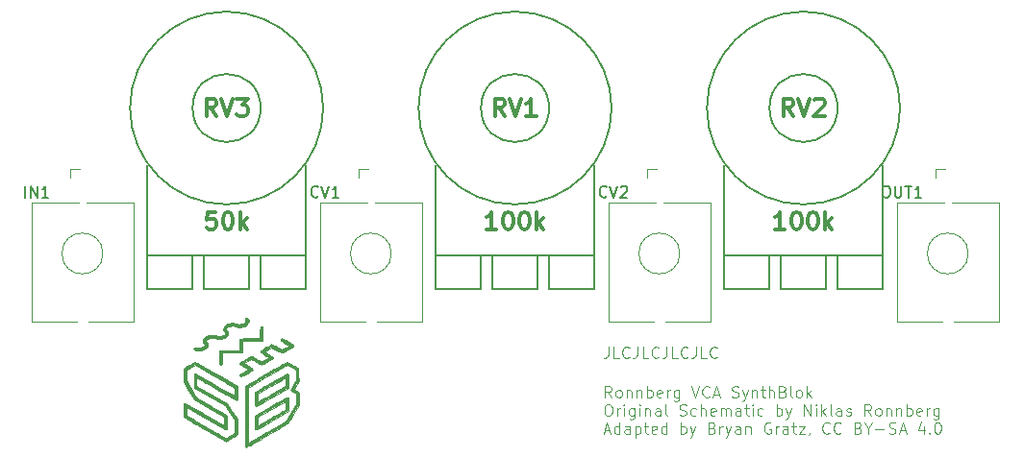
<source format=gbr>
G04 #@! TF.GenerationSoftware,KiCad,Pcbnew,(5.0.2)-1*
G04 #@! TF.CreationDate,2019-05-02T00:13:42-05:00*
G04 #@! TF.ProjectId,vcaControl,76636143-6f6e-4747-926f-6c2e6b696361,rev?*
G04 #@! TF.SameCoordinates,Original*
G04 #@! TF.FileFunction,Legend,Top*
G04 #@! TF.FilePolarity,Positive*
%FSLAX46Y46*%
G04 Gerber Fmt 4.6, Leading zero omitted, Abs format (unit mm)*
G04 Created by KiCad (PCBNEW (5.0.2)-1) date 5/2/2019 12:13:42 AM*
%MOMM*%
%LPD*%
G01*
G04 APERTURE LIST*
%ADD10C,0.100000*%
%ADD11C,0.150000*%
%ADD12C,0.120000*%
%ADD13C,0.010000*%
%ADD14C,0.304800*%
G04 APERTURE END LIST*
D10*
X145368809Y-117562380D02*
X145368809Y-118276666D01*
X145321190Y-118419523D01*
X145225952Y-118514761D01*
X145083095Y-118562380D01*
X144987857Y-118562380D01*
X146321190Y-118562380D02*
X145845000Y-118562380D01*
X145845000Y-117562380D01*
X147225952Y-118467142D02*
X147178333Y-118514761D01*
X147035476Y-118562380D01*
X146940238Y-118562380D01*
X146797380Y-118514761D01*
X146702142Y-118419523D01*
X146654523Y-118324285D01*
X146606904Y-118133809D01*
X146606904Y-117990952D01*
X146654523Y-117800476D01*
X146702142Y-117705238D01*
X146797380Y-117610000D01*
X146940238Y-117562380D01*
X147035476Y-117562380D01*
X147178333Y-117610000D01*
X147225952Y-117657619D01*
X147940238Y-117562380D02*
X147940238Y-118276666D01*
X147892619Y-118419523D01*
X147797380Y-118514761D01*
X147654523Y-118562380D01*
X147559285Y-118562380D01*
X148892619Y-118562380D02*
X148416428Y-118562380D01*
X148416428Y-117562380D01*
X149797380Y-118467142D02*
X149749761Y-118514761D01*
X149606904Y-118562380D01*
X149511666Y-118562380D01*
X149368809Y-118514761D01*
X149273571Y-118419523D01*
X149225952Y-118324285D01*
X149178333Y-118133809D01*
X149178333Y-117990952D01*
X149225952Y-117800476D01*
X149273571Y-117705238D01*
X149368809Y-117610000D01*
X149511666Y-117562380D01*
X149606904Y-117562380D01*
X149749761Y-117610000D01*
X149797380Y-117657619D01*
X150511666Y-117562380D02*
X150511666Y-118276666D01*
X150464047Y-118419523D01*
X150368809Y-118514761D01*
X150225952Y-118562380D01*
X150130714Y-118562380D01*
X151464047Y-118562380D02*
X150987857Y-118562380D01*
X150987857Y-117562380D01*
X152368809Y-118467142D02*
X152321190Y-118514761D01*
X152178333Y-118562380D01*
X152083095Y-118562380D01*
X151940238Y-118514761D01*
X151845000Y-118419523D01*
X151797380Y-118324285D01*
X151749761Y-118133809D01*
X151749761Y-117990952D01*
X151797380Y-117800476D01*
X151845000Y-117705238D01*
X151940238Y-117610000D01*
X152083095Y-117562380D01*
X152178333Y-117562380D01*
X152321190Y-117610000D01*
X152368809Y-117657619D01*
X153083095Y-117562380D02*
X153083095Y-118276666D01*
X153035476Y-118419523D01*
X152940238Y-118514761D01*
X152797380Y-118562380D01*
X152702142Y-118562380D01*
X154035476Y-118562380D02*
X153559285Y-118562380D01*
X153559285Y-117562380D01*
X154940238Y-118467142D02*
X154892619Y-118514761D01*
X154749761Y-118562380D01*
X154654523Y-118562380D01*
X154511666Y-118514761D01*
X154416428Y-118419523D01*
X154368809Y-118324285D01*
X154321190Y-118133809D01*
X154321190Y-117990952D01*
X154368809Y-117800476D01*
X154416428Y-117705238D01*
X154511666Y-117610000D01*
X154654523Y-117562380D01*
X154749761Y-117562380D01*
X154892619Y-117610000D01*
X154940238Y-117657619D01*
X145654523Y-122042380D02*
X145321190Y-121566190D01*
X145083095Y-122042380D02*
X145083095Y-121042380D01*
X145464047Y-121042380D01*
X145559285Y-121090000D01*
X145606904Y-121137619D01*
X145654523Y-121232857D01*
X145654523Y-121375714D01*
X145606904Y-121470952D01*
X145559285Y-121518571D01*
X145464047Y-121566190D01*
X145083095Y-121566190D01*
X146225952Y-122042380D02*
X146130714Y-121994761D01*
X146083095Y-121947142D01*
X146035476Y-121851904D01*
X146035476Y-121566190D01*
X146083095Y-121470952D01*
X146130714Y-121423333D01*
X146225952Y-121375714D01*
X146368809Y-121375714D01*
X146464047Y-121423333D01*
X146511666Y-121470952D01*
X146559285Y-121566190D01*
X146559285Y-121851904D01*
X146511666Y-121947142D01*
X146464047Y-121994761D01*
X146368809Y-122042380D01*
X146225952Y-122042380D01*
X146987857Y-121375714D02*
X146987857Y-122042380D01*
X146987857Y-121470952D02*
X147035476Y-121423333D01*
X147130714Y-121375714D01*
X147273571Y-121375714D01*
X147368809Y-121423333D01*
X147416428Y-121518571D01*
X147416428Y-122042380D01*
X147892619Y-121375714D02*
X147892619Y-122042380D01*
X147892619Y-121470952D02*
X147940238Y-121423333D01*
X148035476Y-121375714D01*
X148178333Y-121375714D01*
X148273571Y-121423333D01*
X148321190Y-121518571D01*
X148321190Y-122042380D01*
X148797380Y-122042380D02*
X148797380Y-121042380D01*
X148797380Y-121423333D02*
X148892619Y-121375714D01*
X149083095Y-121375714D01*
X149178333Y-121423333D01*
X149225952Y-121470952D01*
X149273571Y-121566190D01*
X149273571Y-121851904D01*
X149225952Y-121947142D01*
X149178333Y-121994761D01*
X149083095Y-122042380D01*
X148892619Y-122042380D01*
X148797380Y-121994761D01*
X150083095Y-121994761D02*
X149987857Y-122042380D01*
X149797380Y-122042380D01*
X149702142Y-121994761D01*
X149654523Y-121899523D01*
X149654523Y-121518571D01*
X149702142Y-121423333D01*
X149797380Y-121375714D01*
X149987857Y-121375714D01*
X150083095Y-121423333D01*
X150130714Y-121518571D01*
X150130714Y-121613809D01*
X149654523Y-121709047D01*
X150559285Y-122042380D02*
X150559285Y-121375714D01*
X150559285Y-121566190D02*
X150606904Y-121470952D01*
X150654523Y-121423333D01*
X150749761Y-121375714D01*
X150845000Y-121375714D01*
X151606904Y-121375714D02*
X151606904Y-122185238D01*
X151559285Y-122280476D01*
X151511666Y-122328095D01*
X151416428Y-122375714D01*
X151273571Y-122375714D01*
X151178333Y-122328095D01*
X151606904Y-121994761D02*
X151511666Y-122042380D01*
X151321190Y-122042380D01*
X151225952Y-121994761D01*
X151178333Y-121947142D01*
X151130714Y-121851904D01*
X151130714Y-121566190D01*
X151178333Y-121470952D01*
X151225952Y-121423333D01*
X151321190Y-121375714D01*
X151511666Y-121375714D01*
X151606904Y-121423333D01*
X152702142Y-121042380D02*
X153035476Y-122042380D01*
X153368809Y-121042380D01*
X154273571Y-121947142D02*
X154225952Y-121994761D01*
X154083095Y-122042380D01*
X153987857Y-122042380D01*
X153845000Y-121994761D01*
X153749761Y-121899523D01*
X153702142Y-121804285D01*
X153654523Y-121613809D01*
X153654523Y-121470952D01*
X153702142Y-121280476D01*
X153749761Y-121185238D01*
X153845000Y-121090000D01*
X153987857Y-121042380D01*
X154083095Y-121042380D01*
X154225952Y-121090000D01*
X154273571Y-121137619D01*
X154654523Y-121756666D02*
X155130714Y-121756666D01*
X154559285Y-122042380D02*
X154892619Y-121042380D01*
X155225952Y-122042380D01*
X156273571Y-121994761D02*
X156416428Y-122042380D01*
X156654523Y-122042380D01*
X156749761Y-121994761D01*
X156797380Y-121947142D01*
X156845000Y-121851904D01*
X156845000Y-121756666D01*
X156797380Y-121661428D01*
X156749761Y-121613809D01*
X156654523Y-121566190D01*
X156464047Y-121518571D01*
X156368809Y-121470952D01*
X156321190Y-121423333D01*
X156273571Y-121328095D01*
X156273571Y-121232857D01*
X156321190Y-121137619D01*
X156368809Y-121090000D01*
X156464047Y-121042380D01*
X156702142Y-121042380D01*
X156845000Y-121090000D01*
X157178333Y-121375714D02*
X157416428Y-122042380D01*
X157654523Y-121375714D02*
X157416428Y-122042380D01*
X157321190Y-122280476D01*
X157273571Y-122328095D01*
X157178333Y-122375714D01*
X158035476Y-121375714D02*
X158035476Y-122042380D01*
X158035476Y-121470952D02*
X158083095Y-121423333D01*
X158178333Y-121375714D01*
X158321190Y-121375714D01*
X158416428Y-121423333D01*
X158464047Y-121518571D01*
X158464047Y-122042380D01*
X158797380Y-121375714D02*
X159178333Y-121375714D01*
X158940238Y-121042380D02*
X158940238Y-121899523D01*
X158987857Y-121994761D01*
X159083095Y-122042380D01*
X159178333Y-122042380D01*
X159511666Y-122042380D02*
X159511666Y-121042380D01*
X159940238Y-122042380D02*
X159940238Y-121518571D01*
X159892619Y-121423333D01*
X159797380Y-121375714D01*
X159654523Y-121375714D01*
X159559285Y-121423333D01*
X159511666Y-121470952D01*
X160749761Y-121518571D02*
X160892619Y-121566190D01*
X160940238Y-121613809D01*
X160987857Y-121709047D01*
X160987857Y-121851904D01*
X160940238Y-121947142D01*
X160892619Y-121994761D01*
X160797380Y-122042380D01*
X160416428Y-122042380D01*
X160416428Y-121042380D01*
X160749761Y-121042380D01*
X160845000Y-121090000D01*
X160892619Y-121137619D01*
X160940238Y-121232857D01*
X160940238Y-121328095D01*
X160892619Y-121423333D01*
X160845000Y-121470952D01*
X160749761Y-121518571D01*
X160416428Y-121518571D01*
X161559285Y-122042380D02*
X161464047Y-121994761D01*
X161416428Y-121899523D01*
X161416428Y-121042380D01*
X162083095Y-122042380D02*
X161987857Y-121994761D01*
X161940238Y-121947142D01*
X161892619Y-121851904D01*
X161892619Y-121566190D01*
X161940238Y-121470952D01*
X161987857Y-121423333D01*
X162083095Y-121375714D01*
X162225952Y-121375714D01*
X162321190Y-121423333D01*
X162368809Y-121470952D01*
X162416428Y-121566190D01*
X162416428Y-121851904D01*
X162368809Y-121947142D01*
X162321190Y-121994761D01*
X162225952Y-122042380D01*
X162083095Y-122042380D01*
X162845000Y-122042380D02*
X162845000Y-121042380D01*
X162940238Y-121661428D02*
X163225952Y-122042380D01*
X163225952Y-121375714D02*
X162845000Y-121756666D01*
X145273571Y-122642380D02*
X145464047Y-122642380D01*
X145559285Y-122690000D01*
X145654523Y-122785238D01*
X145702142Y-122975714D01*
X145702142Y-123309047D01*
X145654523Y-123499523D01*
X145559285Y-123594761D01*
X145464047Y-123642380D01*
X145273571Y-123642380D01*
X145178333Y-123594761D01*
X145083095Y-123499523D01*
X145035476Y-123309047D01*
X145035476Y-122975714D01*
X145083095Y-122785238D01*
X145178333Y-122690000D01*
X145273571Y-122642380D01*
X146130714Y-123642380D02*
X146130714Y-122975714D01*
X146130714Y-123166190D02*
X146178333Y-123070952D01*
X146225952Y-123023333D01*
X146321190Y-122975714D01*
X146416428Y-122975714D01*
X146749761Y-123642380D02*
X146749761Y-122975714D01*
X146749761Y-122642380D02*
X146702142Y-122690000D01*
X146749761Y-122737619D01*
X146797380Y-122690000D01*
X146749761Y-122642380D01*
X146749761Y-122737619D01*
X147654523Y-122975714D02*
X147654523Y-123785238D01*
X147606904Y-123880476D01*
X147559285Y-123928095D01*
X147464047Y-123975714D01*
X147321190Y-123975714D01*
X147225952Y-123928095D01*
X147654523Y-123594761D02*
X147559285Y-123642380D01*
X147368809Y-123642380D01*
X147273571Y-123594761D01*
X147225952Y-123547142D01*
X147178333Y-123451904D01*
X147178333Y-123166190D01*
X147225952Y-123070952D01*
X147273571Y-123023333D01*
X147368809Y-122975714D01*
X147559285Y-122975714D01*
X147654523Y-123023333D01*
X148130714Y-123642380D02*
X148130714Y-122975714D01*
X148130714Y-122642380D02*
X148083095Y-122690000D01*
X148130714Y-122737619D01*
X148178333Y-122690000D01*
X148130714Y-122642380D01*
X148130714Y-122737619D01*
X148606904Y-122975714D02*
X148606904Y-123642380D01*
X148606904Y-123070952D02*
X148654523Y-123023333D01*
X148749761Y-122975714D01*
X148892619Y-122975714D01*
X148987857Y-123023333D01*
X149035476Y-123118571D01*
X149035476Y-123642380D01*
X149940238Y-123642380D02*
X149940238Y-123118571D01*
X149892619Y-123023333D01*
X149797380Y-122975714D01*
X149606904Y-122975714D01*
X149511666Y-123023333D01*
X149940238Y-123594761D02*
X149845000Y-123642380D01*
X149606904Y-123642380D01*
X149511666Y-123594761D01*
X149464047Y-123499523D01*
X149464047Y-123404285D01*
X149511666Y-123309047D01*
X149606904Y-123261428D01*
X149845000Y-123261428D01*
X149940238Y-123213809D01*
X150559285Y-123642380D02*
X150464047Y-123594761D01*
X150416428Y-123499523D01*
X150416428Y-122642380D01*
X151654523Y-123594761D02*
X151797380Y-123642380D01*
X152035476Y-123642380D01*
X152130714Y-123594761D01*
X152178333Y-123547142D01*
X152225952Y-123451904D01*
X152225952Y-123356666D01*
X152178333Y-123261428D01*
X152130714Y-123213809D01*
X152035476Y-123166190D01*
X151845000Y-123118571D01*
X151749761Y-123070952D01*
X151702142Y-123023333D01*
X151654523Y-122928095D01*
X151654523Y-122832857D01*
X151702142Y-122737619D01*
X151749761Y-122690000D01*
X151845000Y-122642380D01*
X152083095Y-122642380D01*
X152225952Y-122690000D01*
X153083095Y-123594761D02*
X152987857Y-123642380D01*
X152797380Y-123642380D01*
X152702142Y-123594761D01*
X152654523Y-123547142D01*
X152606904Y-123451904D01*
X152606904Y-123166190D01*
X152654523Y-123070952D01*
X152702142Y-123023333D01*
X152797380Y-122975714D01*
X152987857Y-122975714D01*
X153083095Y-123023333D01*
X153511666Y-123642380D02*
X153511666Y-122642380D01*
X153940238Y-123642380D02*
X153940238Y-123118571D01*
X153892619Y-123023333D01*
X153797380Y-122975714D01*
X153654523Y-122975714D01*
X153559285Y-123023333D01*
X153511666Y-123070952D01*
X154797380Y-123594761D02*
X154702142Y-123642380D01*
X154511666Y-123642380D01*
X154416428Y-123594761D01*
X154368809Y-123499523D01*
X154368809Y-123118571D01*
X154416428Y-123023333D01*
X154511666Y-122975714D01*
X154702142Y-122975714D01*
X154797380Y-123023333D01*
X154845000Y-123118571D01*
X154845000Y-123213809D01*
X154368809Y-123309047D01*
X155273571Y-123642380D02*
X155273571Y-122975714D01*
X155273571Y-123070952D02*
X155321190Y-123023333D01*
X155416428Y-122975714D01*
X155559285Y-122975714D01*
X155654523Y-123023333D01*
X155702142Y-123118571D01*
X155702142Y-123642380D01*
X155702142Y-123118571D02*
X155749761Y-123023333D01*
X155845000Y-122975714D01*
X155987857Y-122975714D01*
X156083095Y-123023333D01*
X156130714Y-123118571D01*
X156130714Y-123642380D01*
X157035476Y-123642380D02*
X157035476Y-123118571D01*
X156987857Y-123023333D01*
X156892619Y-122975714D01*
X156702142Y-122975714D01*
X156606904Y-123023333D01*
X157035476Y-123594761D02*
X156940238Y-123642380D01*
X156702142Y-123642380D01*
X156606904Y-123594761D01*
X156559285Y-123499523D01*
X156559285Y-123404285D01*
X156606904Y-123309047D01*
X156702142Y-123261428D01*
X156940238Y-123261428D01*
X157035476Y-123213809D01*
X157368809Y-122975714D02*
X157749761Y-122975714D01*
X157511666Y-122642380D02*
X157511666Y-123499523D01*
X157559285Y-123594761D01*
X157654523Y-123642380D01*
X157749761Y-123642380D01*
X158083095Y-123642380D02*
X158083095Y-122975714D01*
X158083095Y-122642380D02*
X158035476Y-122690000D01*
X158083095Y-122737619D01*
X158130714Y-122690000D01*
X158083095Y-122642380D01*
X158083095Y-122737619D01*
X158987857Y-123594761D02*
X158892619Y-123642380D01*
X158702142Y-123642380D01*
X158606904Y-123594761D01*
X158559285Y-123547142D01*
X158511666Y-123451904D01*
X158511666Y-123166190D01*
X158559285Y-123070952D01*
X158606904Y-123023333D01*
X158702142Y-122975714D01*
X158892619Y-122975714D01*
X158987857Y-123023333D01*
X160178333Y-123642380D02*
X160178333Y-122642380D01*
X160178333Y-123023333D02*
X160273571Y-122975714D01*
X160464047Y-122975714D01*
X160559285Y-123023333D01*
X160606904Y-123070952D01*
X160654523Y-123166190D01*
X160654523Y-123451904D01*
X160606904Y-123547142D01*
X160559285Y-123594761D01*
X160464047Y-123642380D01*
X160273571Y-123642380D01*
X160178333Y-123594761D01*
X160987857Y-122975714D02*
X161225952Y-123642380D01*
X161464047Y-122975714D02*
X161225952Y-123642380D01*
X161130714Y-123880476D01*
X161083095Y-123928095D01*
X160987857Y-123975714D01*
X162606904Y-123642380D02*
X162606904Y-122642380D01*
X163178333Y-123642380D01*
X163178333Y-122642380D01*
X163654523Y-123642380D02*
X163654523Y-122975714D01*
X163654523Y-122642380D02*
X163606904Y-122690000D01*
X163654523Y-122737619D01*
X163702142Y-122690000D01*
X163654523Y-122642380D01*
X163654523Y-122737619D01*
X164130714Y-123642380D02*
X164130714Y-122642380D01*
X164225952Y-123261428D02*
X164511666Y-123642380D01*
X164511666Y-122975714D02*
X164130714Y-123356666D01*
X165083095Y-123642380D02*
X164987857Y-123594761D01*
X164940238Y-123499523D01*
X164940238Y-122642380D01*
X165892619Y-123642380D02*
X165892619Y-123118571D01*
X165845000Y-123023333D01*
X165749761Y-122975714D01*
X165559285Y-122975714D01*
X165464047Y-123023333D01*
X165892619Y-123594761D02*
X165797380Y-123642380D01*
X165559285Y-123642380D01*
X165464047Y-123594761D01*
X165416428Y-123499523D01*
X165416428Y-123404285D01*
X165464047Y-123309047D01*
X165559285Y-123261428D01*
X165797380Y-123261428D01*
X165892619Y-123213809D01*
X166321190Y-123594761D02*
X166416428Y-123642380D01*
X166606904Y-123642380D01*
X166702142Y-123594761D01*
X166749761Y-123499523D01*
X166749761Y-123451904D01*
X166702142Y-123356666D01*
X166606904Y-123309047D01*
X166464047Y-123309047D01*
X166368809Y-123261428D01*
X166321190Y-123166190D01*
X166321190Y-123118571D01*
X166368809Y-123023333D01*
X166464047Y-122975714D01*
X166606904Y-122975714D01*
X166702142Y-123023333D01*
X168511666Y-123642380D02*
X168178333Y-123166190D01*
X167940238Y-123642380D02*
X167940238Y-122642380D01*
X168321190Y-122642380D01*
X168416428Y-122690000D01*
X168464047Y-122737619D01*
X168511666Y-122832857D01*
X168511666Y-122975714D01*
X168464047Y-123070952D01*
X168416428Y-123118571D01*
X168321190Y-123166190D01*
X167940238Y-123166190D01*
X169083095Y-123642380D02*
X168987857Y-123594761D01*
X168940238Y-123547142D01*
X168892619Y-123451904D01*
X168892619Y-123166190D01*
X168940238Y-123070952D01*
X168987857Y-123023333D01*
X169083095Y-122975714D01*
X169225952Y-122975714D01*
X169321190Y-123023333D01*
X169368809Y-123070952D01*
X169416428Y-123166190D01*
X169416428Y-123451904D01*
X169368809Y-123547142D01*
X169321190Y-123594761D01*
X169225952Y-123642380D01*
X169083095Y-123642380D01*
X169845000Y-122975714D02*
X169845000Y-123642380D01*
X169845000Y-123070952D02*
X169892619Y-123023333D01*
X169987857Y-122975714D01*
X170130714Y-122975714D01*
X170225952Y-123023333D01*
X170273571Y-123118571D01*
X170273571Y-123642380D01*
X170749761Y-122975714D02*
X170749761Y-123642380D01*
X170749761Y-123070952D02*
X170797380Y-123023333D01*
X170892619Y-122975714D01*
X171035476Y-122975714D01*
X171130714Y-123023333D01*
X171178333Y-123118571D01*
X171178333Y-123642380D01*
X171654523Y-123642380D02*
X171654523Y-122642380D01*
X171654523Y-123023333D02*
X171749761Y-122975714D01*
X171940238Y-122975714D01*
X172035476Y-123023333D01*
X172083095Y-123070952D01*
X172130714Y-123166190D01*
X172130714Y-123451904D01*
X172083095Y-123547142D01*
X172035476Y-123594761D01*
X171940238Y-123642380D01*
X171749761Y-123642380D01*
X171654523Y-123594761D01*
X172940238Y-123594761D02*
X172845000Y-123642380D01*
X172654523Y-123642380D01*
X172559285Y-123594761D01*
X172511666Y-123499523D01*
X172511666Y-123118571D01*
X172559285Y-123023333D01*
X172654523Y-122975714D01*
X172845000Y-122975714D01*
X172940238Y-123023333D01*
X172987857Y-123118571D01*
X172987857Y-123213809D01*
X172511666Y-123309047D01*
X173416428Y-123642380D02*
X173416428Y-122975714D01*
X173416428Y-123166190D02*
X173464047Y-123070952D01*
X173511666Y-123023333D01*
X173606904Y-122975714D01*
X173702142Y-122975714D01*
X174464047Y-122975714D02*
X174464047Y-123785238D01*
X174416428Y-123880476D01*
X174368809Y-123928095D01*
X174273571Y-123975714D01*
X174130714Y-123975714D01*
X174035476Y-123928095D01*
X174464047Y-123594761D02*
X174368809Y-123642380D01*
X174178333Y-123642380D01*
X174083095Y-123594761D01*
X174035476Y-123547142D01*
X173987857Y-123451904D01*
X173987857Y-123166190D01*
X174035476Y-123070952D01*
X174083095Y-123023333D01*
X174178333Y-122975714D01*
X174368809Y-122975714D01*
X174464047Y-123023333D01*
X145035476Y-124956666D02*
X145511666Y-124956666D01*
X144940238Y-125242380D02*
X145273571Y-124242380D01*
X145606904Y-125242380D01*
X146368809Y-125242380D02*
X146368809Y-124242380D01*
X146368809Y-125194761D02*
X146273571Y-125242380D01*
X146083095Y-125242380D01*
X145987857Y-125194761D01*
X145940238Y-125147142D01*
X145892619Y-125051904D01*
X145892619Y-124766190D01*
X145940238Y-124670952D01*
X145987857Y-124623333D01*
X146083095Y-124575714D01*
X146273571Y-124575714D01*
X146368809Y-124623333D01*
X147273571Y-125242380D02*
X147273571Y-124718571D01*
X147225952Y-124623333D01*
X147130714Y-124575714D01*
X146940238Y-124575714D01*
X146845000Y-124623333D01*
X147273571Y-125194761D02*
X147178333Y-125242380D01*
X146940238Y-125242380D01*
X146845000Y-125194761D01*
X146797380Y-125099523D01*
X146797380Y-125004285D01*
X146845000Y-124909047D01*
X146940238Y-124861428D01*
X147178333Y-124861428D01*
X147273571Y-124813809D01*
X147749761Y-124575714D02*
X147749761Y-125575714D01*
X147749761Y-124623333D02*
X147845000Y-124575714D01*
X148035476Y-124575714D01*
X148130714Y-124623333D01*
X148178333Y-124670952D01*
X148225952Y-124766190D01*
X148225952Y-125051904D01*
X148178333Y-125147142D01*
X148130714Y-125194761D01*
X148035476Y-125242380D01*
X147845000Y-125242380D01*
X147749761Y-125194761D01*
X148511666Y-124575714D02*
X148892619Y-124575714D01*
X148654523Y-124242380D02*
X148654523Y-125099523D01*
X148702142Y-125194761D01*
X148797380Y-125242380D01*
X148892619Y-125242380D01*
X149606904Y-125194761D02*
X149511666Y-125242380D01*
X149321190Y-125242380D01*
X149225952Y-125194761D01*
X149178333Y-125099523D01*
X149178333Y-124718571D01*
X149225952Y-124623333D01*
X149321190Y-124575714D01*
X149511666Y-124575714D01*
X149606904Y-124623333D01*
X149654523Y-124718571D01*
X149654523Y-124813809D01*
X149178333Y-124909047D01*
X150511666Y-125242380D02*
X150511666Y-124242380D01*
X150511666Y-125194761D02*
X150416428Y-125242380D01*
X150225952Y-125242380D01*
X150130714Y-125194761D01*
X150083095Y-125147142D01*
X150035476Y-125051904D01*
X150035476Y-124766190D01*
X150083095Y-124670952D01*
X150130714Y-124623333D01*
X150225952Y-124575714D01*
X150416428Y-124575714D01*
X150511666Y-124623333D01*
X151749761Y-125242380D02*
X151749761Y-124242380D01*
X151749761Y-124623333D02*
X151845000Y-124575714D01*
X152035476Y-124575714D01*
X152130714Y-124623333D01*
X152178333Y-124670952D01*
X152225952Y-124766190D01*
X152225952Y-125051904D01*
X152178333Y-125147142D01*
X152130714Y-125194761D01*
X152035476Y-125242380D01*
X151845000Y-125242380D01*
X151749761Y-125194761D01*
X152559285Y-124575714D02*
X152797380Y-125242380D01*
X153035476Y-124575714D02*
X152797380Y-125242380D01*
X152702142Y-125480476D01*
X152654523Y-125528095D01*
X152559285Y-125575714D01*
X154511666Y-124718571D02*
X154654523Y-124766190D01*
X154702142Y-124813809D01*
X154749761Y-124909047D01*
X154749761Y-125051904D01*
X154702142Y-125147142D01*
X154654523Y-125194761D01*
X154559285Y-125242380D01*
X154178333Y-125242380D01*
X154178333Y-124242380D01*
X154511666Y-124242380D01*
X154606904Y-124290000D01*
X154654523Y-124337619D01*
X154702142Y-124432857D01*
X154702142Y-124528095D01*
X154654523Y-124623333D01*
X154606904Y-124670952D01*
X154511666Y-124718571D01*
X154178333Y-124718571D01*
X155178333Y-125242380D02*
X155178333Y-124575714D01*
X155178333Y-124766190D02*
X155225952Y-124670952D01*
X155273571Y-124623333D01*
X155368809Y-124575714D01*
X155464047Y-124575714D01*
X155702142Y-124575714D02*
X155940238Y-125242380D01*
X156178333Y-124575714D02*
X155940238Y-125242380D01*
X155845000Y-125480476D01*
X155797380Y-125528095D01*
X155702142Y-125575714D01*
X156987857Y-125242380D02*
X156987857Y-124718571D01*
X156940238Y-124623333D01*
X156845000Y-124575714D01*
X156654523Y-124575714D01*
X156559285Y-124623333D01*
X156987857Y-125194761D02*
X156892619Y-125242380D01*
X156654523Y-125242380D01*
X156559285Y-125194761D01*
X156511666Y-125099523D01*
X156511666Y-125004285D01*
X156559285Y-124909047D01*
X156654523Y-124861428D01*
X156892619Y-124861428D01*
X156987857Y-124813809D01*
X157464047Y-124575714D02*
X157464047Y-125242380D01*
X157464047Y-124670952D02*
X157511666Y-124623333D01*
X157606904Y-124575714D01*
X157749761Y-124575714D01*
X157845000Y-124623333D01*
X157892619Y-124718571D01*
X157892619Y-125242380D01*
X159654523Y-124290000D02*
X159559285Y-124242380D01*
X159416428Y-124242380D01*
X159273571Y-124290000D01*
X159178333Y-124385238D01*
X159130714Y-124480476D01*
X159083095Y-124670952D01*
X159083095Y-124813809D01*
X159130714Y-125004285D01*
X159178333Y-125099523D01*
X159273571Y-125194761D01*
X159416428Y-125242380D01*
X159511666Y-125242380D01*
X159654523Y-125194761D01*
X159702142Y-125147142D01*
X159702142Y-124813809D01*
X159511666Y-124813809D01*
X160130714Y-125242380D02*
X160130714Y-124575714D01*
X160130714Y-124766190D02*
X160178333Y-124670952D01*
X160225952Y-124623333D01*
X160321190Y-124575714D01*
X160416428Y-124575714D01*
X161178333Y-125242380D02*
X161178333Y-124718571D01*
X161130714Y-124623333D01*
X161035476Y-124575714D01*
X160845000Y-124575714D01*
X160749761Y-124623333D01*
X161178333Y-125194761D02*
X161083095Y-125242380D01*
X160845000Y-125242380D01*
X160749761Y-125194761D01*
X160702142Y-125099523D01*
X160702142Y-125004285D01*
X160749761Y-124909047D01*
X160845000Y-124861428D01*
X161083095Y-124861428D01*
X161178333Y-124813809D01*
X161511666Y-124575714D02*
X161892619Y-124575714D01*
X161654523Y-124242380D02*
X161654523Y-125099523D01*
X161702142Y-125194761D01*
X161797380Y-125242380D01*
X161892619Y-125242380D01*
X162130714Y-124575714D02*
X162654523Y-124575714D01*
X162130714Y-125242380D01*
X162654523Y-125242380D01*
X163083095Y-125194761D02*
X163083095Y-125242380D01*
X163035476Y-125337619D01*
X162987857Y-125385238D01*
X164845000Y-125147142D02*
X164797380Y-125194761D01*
X164654523Y-125242380D01*
X164559285Y-125242380D01*
X164416428Y-125194761D01*
X164321190Y-125099523D01*
X164273571Y-125004285D01*
X164225952Y-124813809D01*
X164225952Y-124670952D01*
X164273571Y-124480476D01*
X164321190Y-124385238D01*
X164416428Y-124290000D01*
X164559285Y-124242380D01*
X164654523Y-124242380D01*
X164797380Y-124290000D01*
X164845000Y-124337619D01*
X165845000Y-125147142D02*
X165797380Y-125194761D01*
X165654523Y-125242380D01*
X165559285Y-125242380D01*
X165416428Y-125194761D01*
X165321190Y-125099523D01*
X165273571Y-125004285D01*
X165225952Y-124813809D01*
X165225952Y-124670952D01*
X165273571Y-124480476D01*
X165321190Y-124385238D01*
X165416428Y-124290000D01*
X165559285Y-124242380D01*
X165654523Y-124242380D01*
X165797380Y-124290000D01*
X165845000Y-124337619D01*
X167368809Y-124718571D02*
X167511666Y-124766190D01*
X167559285Y-124813809D01*
X167606904Y-124909047D01*
X167606904Y-125051904D01*
X167559285Y-125147142D01*
X167511666Y-125194761D01*
X167416428Y-125242380D01*
X167035476Y-125242380D01*
X167035476Y-124242380D01*
X167368809Y-124242380D01*
X167464047Y-124290000D01*
X167511666Y-124337619D01*
X167559285Y-124432857D01*
X167559285Y-124528095D01*
X167511666Y-124623333D01*
X167464047Y-124670952D01*
X167368809Y-124718571D01*
X167035476Y-124718571D01*
X168225952Y-124766190D02*
X168225952Y-125242380D01*
X167892619Y-124242380D02*
X168225952Y-124766190D01*
X168559285Y-124242380D01*
X168892619Y-124861428D02*
X169654523Y-124861428D01*
X170083095Y-125194761D02*
X170225952Y-125242380D01*
X170464047Y-125242380D01*
X170559285Y-125194761D01*
X170606904Y-125147142D01*
X170654523Y-125051904D01*
X170654523Y-124956666D01*
X170606904Y-124861428D01*
X170559285Y-124813809D01*
X170464047Y-124766190D01*
X170273571Y-124718571D01*
X170178333Y-124670952D01*
X170130714Y-124623333D01*
X170083095Y-124528095D01*
X170083095Y-124432857D01*
X170130714Y-124337619D01*
X170178333Y-124290000D01*
X170273571Y-124242380D01*
X170511666Y-124242380D01*
X170654523Y-124290000D01*
X171035476Y-124956666D02*
X171511666Y-124956666D01*
X170940238Y-125242380D02*
X171273571Y-124242380D01*
X171606904Y-125242380D01*
X173130714Y-124575714D02*
X173130714Y-125242380D01*
X172892619Y-124194761D02*
X172654523Y-124909047D01*
X173273571Y-124909047D01*
X173654523Y-125147142D02*
X173702142Y-125194761D01*
X173654523Y-125242380D01*
X173606904Y-125194761D01*
X173654523Y-125147142D01*
X173654523Y-125242380D01*
X174321190Y-124242380D02*
X174416428Y-124242380D01*
X174511666Y-124290000D01*
X174559285Y-124337619D01*
X174606904Y-124432857D01*
X174654523Y-124623333D01*
X174654523Y-124861428D01*
X174606904Y-125051904D01*
X174559285Y-125147142D01*
X174511666Y-125194761D01*
X174416428Y-125242380D01*
X174321190Y-125242380D01*
X174225952Y-125194761D01*
X174178333Y-125147142D01*
X174130714Y-125051904D01*
X174083095Y-124861428D01*
X174083095Y-124623333D01*
X174130714Y-124432857D01*
X174178333Y-124337619D01*
X174225952Y-124290000D01*
X174321190Y-124242380D01*
D11*
G04 #@! TO.C,RV1*
X145660000Y-96520000D02*
G75*
G03X145660000Y-96520000I-8500000J0D01*
G01*
X140160000Y-96520000D02*
G75*
G03X140160000Y-96520000I-3000000J0D01*
G01*
X130160000Y-112520000D02*
X130160000Y-101520000D01*
X144160000Y-112520000D02*
X144160000Y-101520000D01*
X130160000Y-109520000D02*
X144160000Y-109520000D01*
X140160000Y-112520000D02*
X140160000Y-109520000D01*
X144160000Y-112520000D02*
X140160000Y-112520000D01*
X135160000Y-112520000D02*
X135160000Y-109520000D01*
X139160000Y-112520000D02*
X135160000Y-112520000D01*
X139160000Y-109520000D02*
X139160000Y-112520000D01*
X134160000Y-112520000D02*
X130160000Y-112520000D01*
X134160000Y-109520000D02*
X134160000Y-112520000D01*
G04 #@! TO.C,RV2*
X171060000Y-96520000D02*
G75*
G03X171060000Y-96520000I-8500000J0D01*
G01*
X165560000Y-96520000D02*
G75*
G03X165560000Y-96520000I-3000000J0D01*
G01*
X155560000Y-112520000D02*
X155560000Y-101520000D01*
X169560000Y-112520000D02*
X169560000Y-101520000D01*
X155560000Y-109520000D02*
X169560000Y-109520000D01*
X165560000Y-112520000D02*
X165560000Y-109520000D01*
X169560000Y-112520000D02*
X165560000Y-112520000D01*
X160560000Y-112520000D02*
X160560000Y-109520000D01*
X164560000Y-112520000D02*
X160560000Y-112520000D01*
X164560000Y-109520000D02*
X164560000Y-112520000D01*
X159560000Y-112520000D02*
X155560000Y-112520000D01*
X159560000Y-109520000D02*
X159560000Y-112520000D01*
G04 #@! TO.C,RV3*
X120260000Y-96520000D02*
G75*
G03X120260000Y-96520000I-8500000J0D01*
G01*
X114760000Y-96520000D02*
G75*
G03X114760000Y-96520000I-3000000J0D01*
G01*
X104760000Y-112520000D02*
X104760000Y-101520000D01*
X118760000Y-112520000D02*
X118760000Y-101520000D01*
X104760000Y-109520000D02*
X118760000Y-109520000D01*
X114760000Y-112520000D02*
X114760000Y-109520000D01*
X118760000Y-112520000D02*
X114760000Y-112520000D01*
X109760000Y-112520000D02*
X109760000Y-109520000D01*
X113760000Y-112520000D02*
X109760000Y-112520000D01*
X113760000Y-109520000D02*
X113760000Y-112520000D01*
X108760000Y-112520000D02*
X104760000Y-112520000D01*
X108760000Y-109520000D02*
X108760000Y-112520000D01*
D12*
G04 #@! TO.C,CV1*
X123400000Y-101870000D02*
X124260000Y-101870000D01*
X123400000Y-101870000D02*
X123400000Y-102670000D01*
X126260000Y-109350000D02*
G75*
G03X126260000Y-109350000I-1800000J0D01*
G01*
X124110000Y-104850000D02*
X119960000Y-104850000D01*
X128960000Y-104850000D02*
X124810000Y-104850000D01*
X123960000Y-115350000D02*
X119960000Y-115350000D01*
X128960000Y-115350000D02*
X124960000Y-115350000D01*
X128960000Y-104850000D02*
X128960000Y-115350000D01*
X119960000Y-104850000D02*
X119960000Y-115350000D01*
G04 #@! TO.C,CV2*
X148800000Y-101870000D02*
X149660000Y-101870000D01*
X148800000Y-101870000D02*
X148800000Y-102670000D01*
X151660000Y-109350000D02*
G75*
G03X151660000Y-109350000I-1800000J0D01*
G01*
X149510000Y-104850000D02*
X145360000Y-104850000D01*
X154360000Y-104850000D02*
X150210000Y-104850000D01*
X149360000Y-115350000D02*
X145360000Y-115350000D01*
X154360000Y-115350000D02*
X150360000Y-115350000D01*
X154360000Y-104850000D02*
X154360000Y-115350000D01*
X145360000Y-104850000D02*
X145360000Y-115350000D01*
G04 #@! TO.C,IN1*
X98000000Y-101870000D02*
X98860000Y-101870000D01*
X98000000Y-101870000D02*
X98000000Y-102670000D01*
X100860000Y-109350000D02*
G75*
G03X100860000Y-109350000I-1800000J0D01*
G01*
X98710000Y-104850000D02*
X94560000Y-104850000D01*
X103560000Y-104850000D02*
X99410000Y-104850000D01*
X98560000Y-115350000D02*
X94560000Y-115350000D01*
X103560000Y-115350000D02*
X99560000Y-115350000D01*
X103560000Y-104850000D02*
X103560000Y-115350000D01*
X94560000Y-104850000D02*
X94560000Y-115350000D01*
G04 #@! TO.C,OUT1*
X174200000Y-101870000D02*
X175060000Y-101870000D01*
X174200000Y-101870000D02*
X174200000Y-102670000D01*
X177060000Y-109350000D02*
G75*
G03X177060000Y-109350000I-1800000J0D01*
G01*
X174910000Y-104850000D02*
X170760000Y-104850000D01*
X179760000Y-104850000D02*
X175610000Y-104850000D01*
X174760000Y-115350000D02*
X170760000Y-115350000D01*
X179760000Y-115350000D02*
X175760000Y-115350000D01*
X179760000Y-104850000D02*
X179760000Y-115350000D01*
X170760000Y-104850000D02*
X170760000Y-115350000D01*
D13*
G04 #@! TO.C,G\002A\002A\002A*
G36*
X117140947Y-119962727D02*
X117180476Y-120012166D01*
X117183667Y-120023042D01*
X117187341Y-120064056D01*
X117189979Y-120147612D01*
X117191495Y-120265466D01*
X117191804Y-120409369D01*
X117190819Y-120571073D01*
X117190076Y-120636346D01*
X117182900Y-121194192D01*
X115811300Y-121987746D01*
X115517672Y-122157001D01*
X115252639Y-122308494D01*
X115018253Y-122441092D01*
X114816566Y-122553665D01*
X114649632Y-122645080D01*
X114519501Y-122714205D01*
X114428226Y-122759907D01*
X114377860Y-122781054D01*
X114370743Y-122782450D01*
X114303303Y-122764530D01*
X114275493Y-122734469D01*
X114265765Y-122691381D01*
X114258179Y-122608485D01*
X114252693Y-122494722D01*
X114249268Y-122359032D01*
X114247862Y-122210356D01*
X114248434Y-122057635D01*
X114250943Y-121909810D01*
X114255348Y-121775820D01*
X114259454Y-121702861D01*
X114503200Y-121702861D01*
X114503200Y-122065430D01*
X114504279Y-122194562D01*
X114507248Y-122303405D01*
X114511699Y-122382960D01*
X114517225Y-122424227D01*
X114519583Y-122428000D01*
X114544055Y-122415680D01*
X114608460Y-122380258D01*
X114708744Y-122324038D01*
X114840849Y-122249323D01*
X115000721Y-122158417D01*
X115184303Y-122053626D01*
X115387539Y-121937252D01*
X115606373Y-121811599D01*
X115738026Y-121735850D01*
X116940085Y-121043700D01*
X116940842Y-120667610D01*
X116941600Y-120291520D01*
X116833650Y-120356153D01*
X116790617Y-120381441D01*
X116708272Y-120429377D01*
X116591315Y-120497241D01*
X116444446Y-120582310D01*
X116272365Y-120681866D01*
X116079772Y-120793188D01*
X115871367Y-120913554D01*
X115651851Y-121040246D01*
X115614450Y-121061823D01*
X114503200Y-121702861D01*
X114259454Y-121702861D01*
X114261608Y-121664606D01*
X114269682Y-121585110D01*
X114279529Y-121546271D01*
X114280950Y-121544664D01*
X114307817Y-121527853D01*
X114374050Y-121488423D01*
X114474973Y-121429078D01*
X114605913Y-121352519D01*
X114762195Y-121261451D01*
X114939145Y-121158576D01*
X115132090Y-121046598D01*
X115336354Y-120928219D01*
X115547264Y-120806143D01*
X115760145Y-120683072D01*
X115970324Y-120561710D01*
X116173125Y-120444761D01*
X116363876Y-120334925D01*
X116537902Y-120234908D01*
X116690528Y-120147413D01*
X116817080Y-120075141D01*
X116912885Y-120020796D01*
X116973268Y-119987082D01*
X116987954Y-119979198D01*
X117074247Y-119951172D01*
X117140947Y-119962727D01*
X117140947Y-119962727D01*
G37*
X117140947Y-119962727D02*
X117180476Y-120012166D01*
X117183667Y-120023042D01*
X117187341Y-120064056D01*
X117189979Y-120147612D01*
X117191495Y-120265466D01*
X117191804Y-120409369D01*
X117190819Y-120571073D01*
X117190076Y-120636346D01*
X117182900Y-121194192D01*
X115811300Y-121987746D01*
X115517672Y-122157001D01*
X115252639Y-122308494D01*
X115018253Y-122441092D01*
X114816566Y-122553665D01*
X114649632Y-122645080D01*
X114519501Y-122714205D01*
X114428226Y-122759907D01*
X114377860Y-122781054D01*
X114370743Y-122782450D01*
X114303303Y-122764530D01*
X114275493Y-122734469D01*
X114265765Y-122691381D01*
X114258179Y-122608485D01*
X114252693Y-122494722D01*
X114249268Y-122359032D01*
X114247862Y-122210356D01*
X114248434Y-122057635D01*
X114250943Y-121909810D01*
X114255348Y-121775820D01*
X114259454Y-121702861D01*
X114503200Y-121702861D01*
X114503200Y-122065430D01*
X114504279Y-122194562D01*
X114507248Y-122303405D01*
X114511699Y-122382960D01*
X114517225Y-122424227D01*
X114519583Y-122428000D01*
X114544055Y-122415680D01*
X114608460Y-122380258D01*
X114708744Y-122324038D01*
X114840849Y-122249323D01*
X115000721Y-122158417D01*
X115184303Y-122053626D01*
X115387539Y-121937252D01*
X115606373Y-121811599D01*
X115738026Y-121735850D01*
X116940085Y-121043700D01*
X116940842Y-120667610D01*
X116941600Y-120291520D01*
X116833650Y-120356153D01*
X116790617Y-120381441D01*
X116708272Y-120429377D01*
X116591315Y-120497241D01*
X116444446Y-120582310D01*
X116272365Y-120681866D01*
X116079772Y-120793188D01*
X115871367Y-120913554D01*
X115651851Y-121040246D01*
X115614450Y-121061823D01*
X114503200Y-121702861D01*
X114259454Y-121702861D01*
X114261608Y-121664606D01*
X114269682Y-121585110D01*
X114279529Y-121546271D01*
X114280950Y-121544664D01*
X114307817Y-121527853D01*
X114374050Y-121488423D01*
X114474973Y-121429078D01*
X114605913Y-121352519D01*
X114762195Y-121261451D01*
X114939145Y-121158576D01*
X115132090Y-121046598D01*
X115336354Y-120928219D01*
X115547264Y-120806143D01*
X115760145Y-120683072D01*
X115970324Y-120561710D01*
X116173125Y-120444761D01*
X116363876Y-120334925D01*
X116537902Y-120234908D01*
X116690528Y-120147413D01*
X116817080Y-120075141D01*
X116912885Y-120020796D01*
X116973268Y-119987082D01*
X116987954Y-119979198D01*
X117074247Y-119951172D01*
X117140947Y-119962727D01*
G36*
X117116630Y-122037617D02*
X117182900Y-122060923D01*
X117182900Y-123270433D01*
X115800178Y-124068416D01*
X115556688Y-124208540D01*
X115325479Y-124340829D01*
X115110415Y-124463124D01*
X114915360Y-124573261D01*
X114744179Y-124669081D01*
X114600736Y-124748421D01*
X114488898Y-124809121D01*
X114412527Y-124849020D01*
X114375489Y-124865956D01*
X114373242Y-124866400D01*
X114319994Y-124849343D01*
X114289114Y-124826485D01*
X114275864Y-124806675D01*
X114265833Y-124772982D01*
X114258599Y-124719022D01*
X114253741Y-124638408D01*
X114250839Y-124524753D01*
X114249472Y-124371671D01*
X114249200Y-124220822D01*
X114249543Y-124035170D01*
X114250895Y-123893747D01*
X114253738Y-123789986D01*
X114254460Y-123779087D01*
X114503200Y-123779087D01*
X114503200Y-124144943D01*
X114503895Y-124274700D01*
X114505806Y-124384208D01*
X114508674Y-124464507D01*
X114512237Y-124506639D01*
X114513837Y-124510800D01*
X114537203Y-124498465D01*
X114600489Y-124463006D01*
X114699644Y-124406740D01*
X114830619Y-124331987D01*
X114989365Y-124241063D01*
X115171830Y-124136287D01*
X115373966Y-124019977D01*
X115591721Y-123894451D01*
X115713638Y-123824079D01*
X115938603Y-123694013D01*
X116150396Y-123571266D01*
X116344916Y-123458235D01*
X116518065Y-123357316D01*
X116665741Y-123270907D01*
X116783845Y-123201404D01*
X116868276Y-123151203D01*
X116914934Y-123122701D01*
X116922924Y-123117235D01*
X116929690Y-123085821D01*
X116934467Y-123013362D01*
X116936919Y-122909589D01*
X116936712Y-122784228D01*
X116935973Y-122738303D01*
X116928900Y-122379495D01*
X114503200Y-123779087D01*
X114254460Y-123779087D01*
X114258557Y-123717318D01*
X114265833Y-123669177D01*
X114276051Y-123638994D01*
X114289693Y-123620201D01*
X114293650Y-123616552D01*
X114323094Y-123597287D01*
X114392666Y-123555017D01*
X114498439Y-123492042D01*
X114636491Y-123410658D01*
X114802898Y-123313165D01*
X114993736Y-123201862D01*
X115205081Y-123079046D01*
X115433009Y-122947015D01*
X115673596Y-122808069D01*
X115694230Y-122796171D01*
X115974945Y-122634493D01*
X116215096Y-122496625D01*
X116418007Y-122380796D01*
X116587000Y-122285234D01*
X116725398Y-122208166D01*
X116836527Y-122147820D01*
X116923707Y-122102423D01*
X116990264Y-122070203D01*
X117039521Y-122049388D01*
X117074800Y-122038206D01*
X117099426Y-122034884D01*
X117116630Y-122037617D01*
X117116630Y-122037617D01*
G37*
X117116630Y-122037617D02*
X117182900Y-122060923D01*
X117182900Y-123270433D01*
X115800178Y-124068416D01*
X115556688Y-124208540D01*
X115325479Y-124340829D01*
X115110415Y-124463124D01*
X114915360Y-124573261D01*
X114744179Y-124669081D01*
X114600736Y-124748421D01*
X114488898Y-124809121D01*
X114412527Y-124849020D01*
X114375489Y-124865956D01*
X114373242Y-124866400D01*
X114319994Y-124849343D01*
X114289114Y-124826485D01*
X114275864Y-124806675D01*
X114265833Y-124772982D01*
X114258599Y-124719022D01*
X114253741Y-124638408D01*
X114250839Y-124524753D01*
X114249472Y-124371671D01*
X114249200Y-124220822D01*
X114249543Y-124035170D01*
X114250895Y-123893747D01*
X114253738Y-123789986D01*
X114254460Y-123779087D01*
X114503200Y-123779087D01*
X114503200Y-124144943D01*
X114503895Y-124274700D01*
X114505806Y-124384208D01*
X114508674Y-124464507D01*
X114512237Y-124506639D01*
X114513837Y-124510800D01*
X114537203Y-124498465D01*
X114600489Y-124463006D01*
X114699644Y-124406740D01*
X114830619Y-124331987D01*
X114989365Y-124241063D01*
X115171830Y-124136287D01*
X115373966Y-124019977D01*
X115591721Y-123894451D01*
X115713638Y-123824079D01*
X115938603Y-123694013D01*
X116150396Y-123571266D01*
X116344916Y-123458235D01*
X116518065Y-123357316D01*
X116665741Y-123270907D01*
X116783845Y-123201404D01*
X116868276Y-123151203D01*
X116914934Y-123122701D01*
X116922924Y-123117235D01*
X116929690Y-123085821D01*
X116934467Y-123013362D01*
X116936919Y-122909589D01*
X116936712Y-122784228D01*
X116935973Y-122738303D01*
X116928900Y-122379495D01*
X114503200Y-123779087D01*
X114254460Y-123779087D01*
X114258557Y-123717318D01*
X114265833Y-123669177D01*
X114276051Y-123638994D01*
X114289693Y-123620201D01*
X114293650Y-123616552D01*
X114323094Y-123597287D01*
X114392666Y-123555017D01*
X114498439Y-123492042D01*
X114636491Y-123410658D01*
X114802898Y-123313165D01*
X114993736Y-123201862D01*
X115205081Y-123079046D01*
X115433009Y-122947015D01*
X115673596Y-122808069D01*
X115694230Y-122796171D01*
X115974945Y-122634493D01*
X116215096Y-122496625D01*
X116418007Y-122380796D01*
X116587000Y-122285234D01*
X116725398Y-122208166D01*
X116836527Y-122147820D01*
X116923707Y-122102423D01*
X116990264Y-122070203D01*
X117039521Y-122049388D01*
X117074800Y-122038206D01*
X117099426Y-122034884D01*
X117116630Y-122037617D01*
G36*
X113546739Y-115040841D02*
X113564231Y-115049729D01*
X113647191Y-115119063D01*
X113698548Y-115216818D01*
X113714328Y-115328785D01*
X113690552Y-115440755D01*
X113679967Y-115463311D01*
X113605372Y-115565807D01*
X113491514Y-115658735D01*
X113332780Y-115746618D01*
X113322539Y-115751441D01*
X113213883Y-115797475D01*
X113116570Y-115825022D01*
X113006501Y-115839784D01*
X112928430Y-115844682D01*
X112813343Y-115848035D01*
X112728506Y-115842907D01*
X112653649Y-115826168D01*
X112568506Y-115794687D01*
X112547064Y-115785758D01*
X112443963Y-115746623D01*
X112359362Y-115728025D01*
X112267542Y-115725490D01*
X112217273Y-115728379D01*
X112053284Y-115757884D01*
X111899411Y-115818086D01*
X111772066Y-115901891D01*
X111735888Y-115936460D01*
X111673677Y-116003149D01*
X111793038Y-116112735D01*
X111858764Y-116176218D01*
X111894565Y-116224866D01*
X111909443Y-116276482D01*
X111912400Y-116348788D01*
X111907098Y-116431910D01*
X111884925Y-116495550D01*
X111836481Y-116563651D01*
X111820651Y-116582443D01*
X111682661Y-116706579D01*
X111513247Y-116800094D01*
X111323260Y-116860536D01*
X111123553Y-116885453D01*
X110924975Y-116872392D01*
X110751141Y-116824140D01*
X110644894Y-116786161D01*
X110556474Y-116768562D01*
X110459322Y-116767011D01*
X110416609Y-116769583D01*
X110248876Y-116799636D01*
X110092977Y-116860994D01*
X109964631Y-116946879D01*
X109931574Y-116978833D01*
X109868448Y-117046496D01*
X109974268Y-117134395D01*
X110071858Y-117239156D01*
X110118963Y-117348328D01*
X110115542Y-117460307D01*
X110061553Y-117573490D01*
X109987953Y-117658104D01*
X109846815Y-117765445D01*
X109678510Y-117848672D01*
X109495827Y-117904591D01*
X109311559Y-117930008D01*
X109138496Y-117921730D01*
X109035609Y-117895895D01*
X108963782Y-117865863D01*
X108908928Y-117835436D01*
X108902259Y-117830400D01*
X108868073Y-117773571D01*
X108872580Y-117706225D01*
X108913544Y-117647937D01*
X108923969Y-117640339D01*
X108967453Y-117617475D01*
X109009450Y-117616685D01*
X109071989Y-117638299D01*
X109082667Y-117642725D01*
X109208697Y-117671840D01*
X109356486Y-117669500D01*
X109510932Y-117639206D01*
X109656936Y-117584463D01*
X109779397Y-117508772D01*
X109820087Y-117471672D01*
X109892747Y-117395832D01*
X109786729Y-117307768D01*
X109688673Y-117203762D01*
X109641304Y-117096710D01*
X109644623Y-116986557D01*
X109698632Y-116873245D01*
X109803334Y-116756719D01*
X109807124Y-116753293D01*
X109969445Y-116637867D01*
X110158744Y-116560841D01*
X110379743Y-116520411D01*
X110426853Y-116516642D01*
X110539648Y-116511835D01*
X110624252Y-116517032D01*
X110702813Y-116535430D01*
X110797146Y-116570093D01*
X110943785Y-116616673D01*
X111077270Y-116636456D01*
X111094290Y-116636799D01*
X111238752Y-116619758D01*
X111387648Y-116573609D01*
X111521610Y-116505814D01*
X111606581Y-116439449D01*
X111657786Y-116386300D01*
X111676498Y-116355320D01*
X111666766Y-116333390D01*
X111644681Y-116316027D01*
X111527295Y-116215555D01*
X111458374Y-116117005D01*
X111439671Y-116059158D01*
X111443331Y-115945872D01*
X111493777Y-115833074D01*
X111587153Y-115725206D01*
X111719598Y-115626711D01*
X111887255Y-115542033D01*
X111889622Y-115541054D01*
X112021126Y-115502417D01*
X112173720Y-115481869D01*
X112331263Y-115479434D01*
X112477612Y-115495133D01*
X112596626Y-115528987D01*
X112619794Y-115540064D01*
X112765820Y-115590454D01*
X112929150Y-115599555D01*
X113099205Y-115568541D01*
X113265407Y-115498586D01*
X113325850Y-115461704D01*
X113414141Y-115391877D01*
X113453920Y-115332162D01*
X113446011Y-115280555D01*
X113413312Y-115248721D01*
X113369734Y-115191059D01*
X113364355Y-115118895D01*
X113398542Y-115052714D01*
X113400114Y-115051114D01*
X113441179Y-115019141D01*
X113483944Y-115015769D01*
X113546739Y-115040841D01*
X113546739Y-115040841D01*
G37*
X113546739Y-115040841D02*
X113564231Y-115049729D01*
X113647191Y-115119063D01*
X113698548Y-115216818D01*
X113714328Y-115328785D01*
X113690552Y-115440755D01*
X113679967Y-115463311D01*
X113605372Y-115565807D01*
X113491514Y-115658735D01*
X113332780Y-115746618D01*
X113322539Y-115751441D01*
X113213883Y-115797475D01*
X113116570Y-115825022D01*
X113006501Y-115839784D01*
X112928430Y-115844682D01*
X112813343Y-115848035D01*
X112728506Y-115842907D01*
X112653649Y-115826168D01*
X112568506Y-115794687D01*
X112547064Y-115785758D01*
X112443963Y-115746623D01*
X112359362Y-115728025D01*
X112267542Y-115725490D01*
X112217273Y-115728379D01*
X112053284Y-115757884D01*
X111899411Y-115818086D01*
X111772066Y-115901891D01*
X111735888Y-115936460D01*
X111673677Y-116003149D01*
X111793038Y-116112735D01*
X111858764Y-116176218D01*
X111894565Y-116224866D01*
X111909443Y-116276482D01*
X111912400Y-116348788D01*
X111907098Y-116431910D01*
X111884925Y-116495550D01*
X111836481Y-116563651D01*
X111820651Y-116582443D01*
X111682661Y-116706579D01*
X111513247Y-116800094D01*
X111323260Y-116860536D01*
X111123553Y-116885453D01*
X110924975Y-116872392D01*
X110751141Y-116824140D01*
X110644894Y-116786161D01*
X110556474Y-116768562D01*
X110459322Y-116767011D01*
X110416609Y-116769583D01*
X110248876Y-116799636D01*
X110092977Y-116860994D01*
X109964631Y-116946879D01*
X109931574Y-116978833D01*
X109868448Y-117046496D01*
X109974268Y-117134395D01*
X110071858Y-117239156D01*
X110118963Y-117348328D01*
X110115542Y-117460307D01*
X110061553Y-117573490D01*
X109987953Y-117658104D01*
X109846815Y-117765445D01*
X109678510Y-117848672D01*
X109495827Y-117904591D01*
X109311559Y-117930008D01*
X109138496Y-117921730D01*
X109035609Y-117895895D01*
X108963782Y-117865863D01*
X108908928Y-117835436D01*
X108902259Y-117830400D01*
X108868073Y-117773571D01*
X108872580Y-117706225D01*
X108913544Y-117647937D01*
X108923969Y-117640339D01*
X108967453Y-117617475D01*
X109009450Y-117616685D01*
X109071989Y-117638299D01*
X109082667Y-117642725D01*
X109208697Y-117671840D01*
X109356486Y-117669500D01*
X109510932Y-117639206D01*
X109656936Y-117584463D01*
X109779397Y-117508772D01*
X109820087Y-117471672D01*
X109892747Y-117395832D01*
X109786729Y-117307768D01*
X109688673Y-117203762D01*
X109641304Y-117096710D01*
X109644623Y-116986557D01*
X109698632Y-116873245D01*
X109803334Y-116756719D01*
X109807124Y-116753293D01*
X109969445Y-116637867D01*
X110158744Y-116560841D01*
X110379743Y-116520411D01*
X110426853Y-116516642D01*
X110539648Y-116511835D01*
X110624252Y-116517032D01*
X110702813Y-116535430D01*
X110797146Y-116570093D01*
X110943785Y-116616673D01*
X111077270Y-116636456D01*
X111094290Y-116636799D01*
X111238752Y-116619758D01*
X111387648Y-116573609D01*
X111521610Y-116505814D01*
X111606581Y-116439449D01*
X111657786Y-116386300D01*
X111676498Y-116355320D01*
X111666766Y-116333390D01*
X111644681Y-116316027D01*
X111527295Y-116215555D01*
X111458374Y-116117005D01*
X111439671Y-116059158D01*
X111443331Y-115945872D01*
X111493777Y-115833074D01*
X111587153Y-115725206D01*
X111719598Y-115626711D01*
X111887255Y-115542033D01*
X111889622Y-115541054D01*
X112021126Y-115502417D01*
X112173720Y-115481869D01*
X112331263Y-115479434D01*
X112477612Y-115495133D01*
X112596626Y-115528987D01*
X112619794Y-115540064D01*
X112765820Y-115590454D01*
X112929150Y-115599555D01*
X113099205Y-115568541D01*
X113265407Y-115498586D01*
X113325850Y-115461704D01*
X113414141Y-115391877D01*
X113453920Y-115332162D01*
X113446011Y-115280555D01*
X113413312Y-115248721D01*
X113369734Y-115191059D01*
X113364355Y-115118895D01*
X113398542Y-115052714D01*
X113400114Y-115051114D01*
X113441179Y-115019141D01*
X113483944Y-115015769D01*
X113546739Y-115040841D01*
G36*
X114866011Y-115801205D02*
X114898421Y-115812902D01*
X114922444Y-115839512D01*
X114939325Y-115886858D01*
X114950313Y-115960760D01*
X114956655Y-116067041D01*
X114959598Y-116211522D01*
X114960389Y-116400026D01*
X114960400Y-116435414D01*
X114960143Y-116618257D01*
X114958990Y-116757154D01*
X114956370Y-116858956D01*
X114951709Y-116930515D01*
X114944434Y-116978683D01*
X114933973Y-117010312D01*
X114919752Y-117032254D01*
X114909600Y-117043200D01*
X114893888Y-117056964D01*
X114873638Y-117067992D01*
X114843475Y-117076584D01*
X114798022Y-117083044D01*
X114731904Y-117087675D01*
X114639743Y-117090779D01*
X114516165Y-117092661D01*
X114355793Y-117093621D01*
X114153251Y-117093964D01*
X114007900Y-117094000D01*
X113157000Y-117094000D01*
X113157000Y-117571520D01*
X113155763Y-117761148D01*
X113151913Y-117903522D01*
X113145241Y-118002131D01*
X113135537Y-118060464D01*
X113126520Y-118079520D01*
X113102966Y-118088362D01*
X113049430Y-118095511D01*
X112962410Y-118101085D01*
X112838408Y-118105202D01*
X112673923Y-118107982D01*
X112465456Y-118109541D01*
X112224820Y-118110000D01*
X111353600Y-118110000D01*
X111353600Y-118600220D01*
X111352414Y-118792092D01*
X111348719Y-118936755D01*
X111342308Y-119037747D01*
X111332974Y-119098606D01*
X111323120Y-119120920D01*
X111266835Y-119148339D01*
X111198241Y-119147676D01*
X111141097Y-119121176D01*
X111125893Y-119102269D01*
X111116980Y-119060097D01*
X111109899Y-118976619D01*
X111104649Y-118861294D01*
X111101231Y-118723583D01*
X111099644Y-118572946D01*
X111099889Y-118418844D01*
X111101965Y-118270737D01*
X111105873Y-118138085D01*
X111111613Y-118030349D01*
X111119184Y-117956988D01*
X111125893Y-117930530D01*
X111134893Y-117917392D01*
X111149779Y-117906830D01*
X111175693Y-117898562D01*
X111217777Y-117892308D01*
X111281172Y-117887789D01*
X111371019Y-117884724D01*
X111492459Y-117882833D01*
X111650634Y-117881836D01*
X111850686Y-117881453D01*
X112027593Y-117881400D01*
X112903000Y-117881400D01*
X112903000Y-117409830D01*
X112904418Y-117242693D01*
X112908430Y-117099458D01*
X112914668Y-116987400D01*
X112922764Y-116913793D01*
X112929293Y-116889130D01*
X112938293Y-116875992D01*
X112953179Y-116865430D01*
X112979093Y-116857162D01*
X113021177Y-116850908D01*
X113084572Y-116846389D01*
X113174419Y-116843324D01*
X113295859Y-116841433D01*
X113454034Y-116840436D01*
X113654086Y-116840053D01*
X113830993Y-116840000D01*
X114706400Y-116840000D01*
X114706400Y-116349779D01*
X114707002Y-116168766D01*
X114709697Y-116032296D01*
X114715819Y-115934119D01*
X114726701Y-115867984D01*
X114743676Y-115827642D01*
X114768077Y-115806841D01*
X114801238Y-115799330D01*
X114823965Y-115798599D01*
X114866011Y-115801205D01*
X114866011Y-115801205D01*
G37*
X114866011Y-115801205D02*
X114898421Y-115812902D01*
X114922444Y-115839512D01*
X114939325Y-115886858D01*
X114950313Y-115960760D01*
X114956655Y-116067041D01*
X114959598Y-116211522D01*
X114960389Y-116400026D01*
X114960400Y-116435414D01*
X114960143Y-116618257D01*
X114958990Y-116757154D01*
X114956370Y-116858956D01*
X114951709Y-116930515D01*
X114944434Y-116978683D01*
X114933973Y-117010312D01*
X114919752Y-117032254D01*
X114909600Y-117043200D01*
X114893888Y-117056964D01*
X114873638Y-117067992D01*
X114843475Y-117076584D01*
X114798022Y-117083044D01*
X114731904Y-117087675D01*
X114639743Y-117090779D01*
X114516165Y-117092661D01*
X114355793Y-117093621D01*
X114153251Y-117093964D01*
X114007900Y-117094000D01*
X113157000Y-117094000D01*
X113157000Y-117571520D01*
X113155763Y-117761148D01*
X113151913Y-117903522D01*
X113145241Y-118002131D01*
X113135537Y-118060464D01*
X113126520Y-118079520D01*
X113102966Y-118088362D01*
X113049430Y-118095511D01*
X112962410Y-118101085D01*
X112838408Y-118105202D01*
X112673923Y-118107982D01*
X112465456Y-118109541D01*
X112224820Y-118110000D01*
X111353600Y-118110000D01*
X111353600Y-118600220D01*
X111352414Y-118792092D01*
X111348719Y-118936755D01*
X111342308Y-119037747D01*
X111332974Y-119098606D01*
X111323120Y-119120920D01*
X111266835Y-119148339D01*
X111198241Y-119147676D01*
X111141097Y-119121176D01*
X111125893Y-119102269D01*
X111116980Y-119060097D01*
X111109899Y-118976619D01*
X111104649Y-118861294D01*
X111101231Y-118723583D01*
X111099644Y-118572946D01*
X111099889Y-118418844D01*
X111101965Y-118270737D01*
X111105873Y-118138085D01*
X111111613Y-118030349D01*
X111119184Y-117956988D01*
X111125893Y-117930530D01*
X111134893Y-117917392D01*
X111149779Y-117906830D01*
X111175693Y-117898562D01*
X111217777Y-117892308D01*
X111281172Y-117887789D01*
X111371019Y-117884724D01*
X111492459Y-117882833D01*
X111650634Y-117881836D01*
X111850686Y-117881453D01*
X112027593Y-117881400D01*
X112903000Y-117881400D01*
X112903000Y-117409830D01*
X112904418Y-117242693D01*
X112908430Y-117099458D01*
X112914668Y-116987400D01*
X112922764Y-116913793D01*
X112929293Y-116889130D01*
X112938293Y-116875992D01*
X112953179Y-116865430D01*
X112979093Y-116857162D01*
X113021177Y-116850908D01*
X113084572Y-116846389D01*
X113174419Y-116843324D01*
X113295859Y-116841433D01*
X113454034Y-116840436D01*
X113654086Y-116840053D01*
X113830993Y-116840000D01*
X114706400Y-116840000D01*
X114706400Y-116349779D01*
X114707002Y-116168766D01*
X114709697Y-116032296D01*
X114715819Y-115934119D01*
X114726701Y-115867984D01*
X114743676Y-115827642D01*
X114768077Y-115806841D01*
X114801238Y-115799330D01*
X114823965Y-115798599D01*
X114866011Y-115801205D01*
G36*
X116665050Y-116852460D02*
X116737650Y-116886735D01*
X116837187Y-116938168D01*
X116955455Y-117002098D01*
X117084242Y-117073868D01*
X117215341Y-117148820D01*
X117340542Y-117222295D01*
X117451637Y-117289635D01*
X117540415Y-117346181D01*
X117598668Y-117387275D01*
X117611683Y-117398439D01*
X117642159Y-117434430D01*
X117653602Y-117469451D01*
X117642194Y-117507206D01*
X117604121Y-117551400D01*
X117535566Y-117605739D01*
X117432713Y-117673928D01*
X117291746Y-117759672D01*
X117160052Y-117836950D01*
X117018041Y-117918112D01*
X116888035Y-117989677D01*
X116777353Y-118047834D01*
X116693309Y-118088774D01*
X116643222Y-118108689D01*
X116635566Y-118110000D01*
X116596969Y-118097809D01*
X116522385Y-118063874D01*
X116419647Y-118012146D01*
X116296590Y-117946576D01*
X116161047Y-117871118D01*
X116153076Y-117866583D01*
X115725731Y-117623166D01*
X115412915Y-117805602D01*
X115300861Y-117871072D01*
X115205818Y-117926831D01*
X115135748Y-117968189D01*
X115098614Y-117990457D01*
X115094801Y-117992934D01*
X115113787Y-118006609D01*
X115169708Y-118041389D01*
X115255489Y-118093005D01*
X115364056Y-118157188D01*
X115456607Y-118211254D01*
X115603604Y-118298342D01*
X115710698Y-118366635D01*
X115783025Y-118420833D01*
X115825721Y-118465639D01*
X115843920Y-118505755D01*
X115842760Y-118545883D01*
X115838653Y-118561043D01*
X115813179Y-118586521D01*
X115750973Y-118631623D01*
X115659920Y-118691687D01*
X115547908Y-118762051D01*
X115422823Y-118838053D01*
X115292551Y-118915030D01*
X115164979Y-118988321D01*
X115047993Y-119053265D01*
X114949479Y-119105198D01*
X114877325Y-119139460D01*
X114839970Y-119151400D01*
X114803831Y-119139266D01*
X114731514Y-119105493D01*
X114630727Y-119054023D01*
X114509180Y-118988800D01*
X114374583Y-118913766D01*
X114368128Y-118910100D01*
X114235646Y-118835180D01*
X114118612Y-118769735D01*
X114024043Y-118717627D01*
X113958958Y-118682721D01*
X113930376Y-118668881D01*
X113929874Y-118668800D01*
X113904149Y-118680893D01*
X113842820Y-118714125D01*
X113754098Y-118763926D01*
X113646195Y-118825726D01*
X113602452Y-118851066D01*
X113288783Y-119033333D01*
X113661041Y-119251407D01*
X113796832Y-119331340D01*
X113894820Y-119390834D01*
X113961163Y-119434901D01*
X114002023Y-119468558D01*
X114023559Y-119496817D01*
X114031930Y-119524692D01*
X114033300Y-119554429D01*
X114031958Y-119583218D01*
X114024283Y-119608770D01*
X114004800Y-119635283D01*
X113968034Y-119666953D01*
X113908510Y-119707978D01*
X113820753Y-119762554D01*
X113699289Y-119834879D01*
X113563400Y-119914647D01*
X113421370Y-119996437D01*
X113291280Y-120068697D01*
X113180436Y-120127581D01*
X113096140Y-120169245D01*
X113045699Y-120189842D01*
X113037790Y-120191359D01*
X112981204Y-120172923D01*
X112944444Y-120139066D01*
X112922488Y-120096304D01*
X112922631Y-120055052D01*
X112949235Y-120010731D01*
X113006663Y-119958762D01*
X113099281Y-119894567D01*
X113231451Y-119813567D01*
X113284295Y-119782484D01*
X113402707Y-119712767D01*
X113505797Y-119651074D01*
X113585448Y-119602339D01*
X113633543Y-119571498D01*
X113643459Y-119564100D01*
X113629563Y-119545297D01*
X113578138Y-119506172D01*
X113495941Y-119451288D01*
X113389732Y-119385211D01*
X113298128Y-119330903D01*
X113155361Y-119246636D01*
X113051807Y-119181473D01*
X112981936Y-119130460D01*
X112940220Y-119088645D01*
X112921128Y-119051072D01*
X112919133Y-119012788D01*
X112922300Y-118994190D01*
X112945736Y-118970661D01*
X113005795Y-118926947D01*
X113094776Y-118867680D01*
X113204977Y-118797495D01*
X113328699Y-118721027D01*
X113458241Y-118642910D01*
X113585901Y-118567778D01*
X113703979Y-118500265D01*
X113804775Y-118445007D01*
X113880587Y-118406637D01*
X113923715Y-118389790D01*
X113927260Y-118389400D01*
X113959511Y-118401451D01*
X114028299Y-118435006D01*
X114126172Y-118486161D01*
X114245675Y-118551016D01*
X114379353Y-118625668D01*
X114388237Y-118630700D01*
X114521792Y-118705701D01*
X114640803Y-118771202D01*
X114738028Y-118823326D01*
X114806226Y-118858194D01*
X114838154Y-118871929D01*
X114838881Y-118872000D01*
X114868369Y-118859903D01*
X114931831Y-118827230D01*
X115019598Y-118779407D01*
X115122004Y-118721862D01*
X115229380Y-118660021D01*
X115332060Y-118599310D01*
X115413898Y-118549225D01*
X115434414Y-118534477D01*
X115441382Y-118519415D01*
X115429594Y-118499779D01*
X115393839Y-118471311D01*
X115328906Y-118429751D01*
X115229587Y-118370841D01*
X115112903Y-118303173D01*
X114989763Y-118230245D01*
X114881613Y-118162919D01*
X114796485Y-118106454D01*
X114742414Y-118066108D01*
X114727705Y-118050982D01*
X114714273Y-117990571D01*
X114718695Y-117958874D01*
X114743549Y-117934452D01*
X114804888Y-117889725D01*
X114894978Y-117829388D01*
X115006082Y-117758138D01*
X115130464Y-117680669D01*
X115260389Y-117601678D01*
X115388121Y-117525861D01*
X115505923Y-117457913D01*
X115606061Y-117402530D01*
X115680798Y-117364408D01*
X115722398Y-117348244D01*
X115725041Y-117347999D01*
X115755309Y-117360118D01*
X115822311Y-117393905D01*
X115918857Y-117445506D01*
X116037758Y-117511067D01*
X116171825Y-117586736D01*
X116192934Y-117598797D01*
X116631157Y-117849594D01*
X116932385Y-117675125D01*
X117042684Y-117610147D01*
X117135836Y-117553192D01*
X117203601Y-117509459D01*
X117237736Y-117484145D01*
X117240145Y-117481064D01*
X117221675Y-117462188D01*
X117166456Y-117423351D01*
X117082034Y-117369465D01*
X116975954Y-117305443D01*
X116922687Y-117274361D01*
X116804164Y-117205051D01*
X116698710Y-117141787D01*
X116615518Y-117090201D01*
X116563783Y-117055930D01*
X116554250Y-117048588D01*
X116513812Y-116987180D01*
X116513645Y-116921781D01*
X116548315Y-116867842D01*
X116612388Y-116840817D01*
X116627598Y-116839999D01*
X116665050Y-116852460D01*
X116665050Y-116852460D01*
G37*
X116665050Y-116852460D02*
X116737650Y-116886735D01*
X116837187Y-116938168D01*
X116955455Y-117002098D01*
X117084242Y-117073868D01*
X117215341Y-117148820D01*
X117340542Y-117222295D01*
X117451637Y-117289635D01*
X117540415Y-117346181D01*
X117598668Y-117387275D01*
X117611683Y-117398439D01*
X117642159Y-117434430D01*
X117653602Y-117469451D01*
X117642194Y-117507206D01*
X117604121Y-117551400D01*
X117535566Y-117605739D01*
X117432713Y-117673928D01*
X117291746Y-117759672D01*
X117160052Y-117836950D01*
X117018041Y-117918112D01*
X116888035Y-117989677D01*
X116777353Y-118047834D01*
X116693309Y-118088774D01*
X116643222Y-118108689D01*
X116635566Y-118110000D01*
X116596969Y-118097809D01*
X116522385Y-118063874D01*
X116419647Y-118012146D01*
X116296590Y-117946576D01*
X116161047Y-117871118D01*
X116153076Y-117866583D01*
X115725731Y-117623166D01*
X115412915Y-117805602D01*
X115300861Y-117871072D01*
X115205818Y-117926831D01*
X115135748Y-117968189D01*
X115098614Y-117990457D01*
X115094801Y-117992934D01*
X115113787Y-118006609D01*
X115169708Y-118041389D01*
X115255489Y-118093005D01*
X115364056Y-118157188D01*
X115456607Y-118211254D01*
X115603604Y-118298342D01*
X115710698Y-118366635D01*
X115783025Y-118420833D01*
X115825721Y-118465639D01*
X115843920Y-118505755D01*
X115842760Y-118545883D01*
X115838653Y-118561043D01*
X115813179Y-118586521D01*
X115750973Y-118631623D01*
X115659920Y-118691687D01*
X115547908Y-118762051D01*
X115422823Y-118838053D01*
X115292551Y-118915030D01*
X115164979Y-118988321D01*
X115047993Y-119053265D01*
X114949479Y-119105198D01*
X114877325Y-119139460D01*
X114839970Y-119151400D01*
X114803831Y-119139266D01*
X114731514Y-119105493D01*
X114630727Y-119054023D01*
X114509180Y-118988800D01*
X114374583Y-118913766D01*
X114368128Y-118910100D01*
X114235646Y-118835180D01*
X114118612Y-118769735D01*
X114024043Y-118717627D01*
X113958958Y-118682721D01*
X113930376Y-118668881D01*
X113929874Y-118668800D01*
X113904149Y-118680893D01*
X113842820Y-118714125D01*
X113754098Y-118763926D01*
X113646195Y-118825726D01*
X113602452Y-118851066D01*
X113288783Y-119033333D01*
X113661041Y-119251407D01*
X113796832Y-119331340D01*
X113894820Y-119390834D01*
X113961163Y-119434901D01*
X114002023Y-119468558D01*
X114023559Y-119496817D01*
X114031930Y-119524692D01*
X114033300Y-119554429D01*
X114031958Y-119583218D01*
X114024283Y-119608770D01*
X114004800Y-119635283D01*
X113968034Y-119666953D01*
X113908510Y-119707978D01*
X113820753Y-119762554D01*
X113699289Y-119834879D01*
X113563400Y-119914647D01*
X113421370Y-119996437D01*
X113291280Y-120068697D01*
X113180436Y-120127581D01*
X113096140Y-120169245D01*
X113045699Y-120189842D01*
X113037790Y-120191359D01*
X112981204Y-120172923D01*
X112944444Y-120139066D01*
X112922488Y-120096304D01*
X112922631Y-120055052D01*
X112949235Y-120010731D01*
X113006663Y-119958762D01*
X113099281Y-119894567D01*
X113231451Y-119813567D01*
X113284295Y-119782484D01*
X113402707Y-119712767D01*
X113505797Y-119651074D01*
X113585448Y-119602339D01*
X113633543Y-119571498D01*
X113643459Y-119564100D01*
X113629563Y-119545297D01*
X113578138Y-119506172D01*
X113495941Y-119451288D01*
X113389732Y-119385211D01*
X113298128Y-119330903D01*
X113155361Y-119246636D01*
X113051807Y-119181473D01*
X112981936Y-119130460D01*
X112940220Y-119088645D01*
X112921128Y-119051072D01*
X112919133Y-119012788D01*
X112922300Y-118994190D01*
X112945736Y-118970661D01*
X113005795Y-118926947D01*
X113094776Y-118867680D01*
X113204977Y-118797495D01*
X113328699Y-118721027D01*
X113458241Y-118642910D01*
X113585901Y-118567778D01*
X113703979Y-118500265D01*
X113804775Y-118445007D01*
X113880587Y-118406637D01*
X113923715Y-118389790D01*
X113927260Y-118389400D01*
X113959511Y-118401451D01*
X114028299Y-118435006D01*
X114126172Y-118486161D01*
X114245675Y-118551016D01*
X114379353Y-118625668D01*
X114388237Y-118630700D01*
X114521792Y-118705701D01*
X114640803Y-118771202D01*
X114738028Y-118823326D01*
X114806226Y-118858194D01*
X114838154Y-118871929D01*
X114838881Y-118872000D01*
X114868369Y-118859903D01*
X114931831Y-118827230D01*
X115019598Y-118779407D01*
X115122004Y-118721862D01*
X115229380Y-118660021D01*
X115332060Y-118599310D01*
X115413898Y-118549225D01*
X115434414Y-118534477D01*
X115441382Y-118519415D01*
X115429594Y-118499779D01*
X115393839Y-118471311D01*
X115328906Y-118429751D01*
X115229587Y-118370841D01*
X115112903Y-118303173D01*
X114989763Y-118230245D01*
X114881613Y-118162919D01*
X114796485Y-118106454D01*
X114742414Y-118066108D01*
X114727705Y-118050982D01*
X114714273Y-117990571D01*
X114718695Y-117958874D01*
X114743549Y-117934452D01*
X114804888Y-117889725D01*
X114894978Y-117829388D01*
X115006082Y-117758138D01*
X115130464Y-117680669D01*
X115260389Y-117601678D01*
X115388121Y-117525861D01*
X115505923Y-117457913D01*
X115606061Y-117402530D01*
X115680798Y-117364408D01*
X115722398Y-117348244D01*
X115725041Y-117347999D01*
X115755309Y-117360118D01*
X115822311Y-117393905D01*
X115918857Y-117445506D01*
X116037758Y-117511067D01*
X116171825Y-117586736D01*
X116192934Y-117598797D01*
X116631157Y-117849594D01*
X116932385Y-117675125D01*
X117042684Y-117610147D01*
X117135836Y-117553192D01*
X117203601Y-117509459D01*
X117237736Y-117484145D01*
X117240145Y-117481064D01*
X117221675Y-117462188D01*
X117166456Y-117423351D01*
X117082034Y-117369465D01*
X116975954Y-117305443D01*
X116922687Y-117274361D01*
X116804164Y-117205051D01*
X116698710Y-117141787D01*
X116615518Y-117090201D01*
X116563783Y-117055930D01*
X116554250Y-117048588D01*
X116513812Y-116987180D01*
X116513645Y-116921781D01*
X116548315Y-116867842D01*
X116612388Y-116840817D01*
X116627598Y-116839999D01*
X116665050Y-116852460D01*
G36*
X109022294Y-118936345D02*
X109098029Y-118973847D01*
X109213387Y-119034855D01*
X109366302Y-119118217D01*
X109554710Y-119222779D01*
X109776543Y-119347391D01*
X110029736Y-119490900D01*
X110312224Y-119652153D01*
X110621941Y-119829998D01*
X110871000Y-119973661D01*
X112687100Y-121023121D01*
X112687100Y-122236276D01*
X112622408Y-122259027D01*
X112606233Y-122261094D01*
X112581983Y-122256983D01*
X112546683Y-122245081D01*
X112497356Y-122223775D01*
X112431026Y-122191451D01*
X112344716Y-122146496D01*
X112235451Y-122087297D01*
X112100253Y-122012240D01*
X111936147Y-121919712D01*
X111740156Y-121808099D01*
X111509304Y-121675789D01*
X111240615Y-121521168D01*
X110931111Y-121342623D01*
X110920608Y-121336559D01*
X110654007Y-121182593D01*
X110398698Y-121035075D01*
X110158331Y-120896117D01*
X109936552Y-120767832D01*
X109737009Y-120652332D01*
X109563350Y-120551728D01*
X109419224Y-120468134D01*
X109308277Y-120403662D01*
X109234159Y-120360424D01*
X109200950Y-120340798D01*
X109118400Y-120290256D01*
X109119776Y-121043700D01*
X110444819Y-121806241D01*
X111769863Y-122568782D01*
X112234831Y-123239642D01*
X112699800Y-123910502D01*
X112699800Y-124613114D01*
X112699557Y-124822016D01*
X112698598Y-124985950D01*
X112696571Y-125110747D01*
X112693127Y-125202239D01*
X112687917Y-125266257D01*
X112680590Y-125308631D01*
X112670798Y-125335193D01*
X112658190Y-125351773D01*
X112655350Y-125354361D01*
X112614933Y-125383009D01*
X112540777Y-125429631D01*
X112440915Y-125489667D01*
X112323379Y-125558555D01*
X112196202Y-125631736D01*
X112067416Y-125704647D01*
X111945053Y-125772728D01*
X111837147Y-125831418D01*
X111751728Y-125876156D01*
X111696831Y-125902381D01*
X111681471Y-125907344D01*
X111654454Y-125894842D01*
X111586816Y-125858731D01*
X111481877Y-125800893D01*
X111342960Y-125723212D01*
X111173383Y-125627567D01*
X110976470Y-125515842D01*
X110755539Y-125389919D01*
X110513913Y-125251679D01*
X110254912Y-125103003D01*
X109981856Y-124945775D01*
X109829600Y-124857902D01*
X109465255Y-124647051D01*
X109144033Y-124460283D01*
X108864724Y-124296869D01*
X108626119Y-124156084D01*
X108427012Y-124037200D01*
X108266191Y-123939492D01*
X108142450Y-123862232D01*
X108054580Y-123804693D01*
X108001372Y-123766150D01*
X107982124Y-123747107D01*
X107972786Y-123703410D01*
X107965066Y-123618692D01*
X107959049Y-123502712D01*
X107954817Y-123365225D01*
X107952454Y-123215989D01*
X107952044Y-123064761D01*
X107953670Y-122921297D01*
X107957415Y-122795354D01*
X107963363Y-122696689D01*
X107971597Y-122635059D01*
X107972580Y-122631200D01*
X107980860Y-122604266D01*
X107991512Y-122582714D01*
X108007386Y-122567918D01*
X108031334Y-122561253D01*
X108066206Y-122564093D01*
X108114855Y-122577813D01*
X108180131Y-122603786D01*
X108264886Y-122643388D01*
X108371971Y-122697992D01*
X108504237Y-122768973D01*
X108664536Y-122857706D01*
X108855718Y-122965565D01*
X109080636Y-123093923D01*
X109342140Y-123244157D01*
X109643082Y-123417639D01*
X109840583Y-123531624D01*
X110109733Y-123686908D01*
X110365992Y-123834603D01*
X110605978Y-123972771D01*
X110826313Y-124099472D01*
X111023616Y-124212768D01*
X111194506Y-124310720D01*
X111335604Y-124391389D01*
X111443530Y-124452835D01*
X111514904Y-124493120D01*
X111546344Y-124510305D01*
X111547539Y-124510800D01*
X111550831Y-124486892D01*
X111552748Y-124421109D01*
X111553202Y-124322358D01*
X111552108Y-124199547D01*
X111551129Y-124140991D01*
X111544100Y-123771183D01*
X110216718Y-123004341D01*
X108889337Y-122237500D01*
X108426018Y-121437400D01*
X107962700Y-120637300D01*
X107961382Y-120536000D01*
X108202901Y-120536000D01*
X108641600Y-121295533D01*
X109080300Y-122055066D01*
X110403992Y-122819383D01*
X110642367Y-122957200D01*
X110868319Y-123088177D01*
X111077888Y-123209994D01*
X111267111Y-123320333D01*
X111432028Y-123416875D01*
X111568676Y-123497301D01*
X111673095Y-123559292D01*
X111741323Y-123600529D01*
X111769242Y-123618560D01*
X111782926Y-123635515D01*
X111793288Y-123664670D01*
X111800772Y-123712450D01*
X111805821Y-123785277D01*
X111808879Y-123889577D01*
X111810391Y-124031772D01*
X111810799Y-124218288D01*
X111810800Y-124219995D01*
X111810338Y-124408402D01*
X111808672Y-124552397D01*
X111805383Y-124658361D01*
X111800050Y-124732675D01*
X111792254Y-124781721D01*
X111781574Y-124811880D01*
X111770885Y-124826485D01*
X111719563Y-124859143D01*
X111687242Y-124866400D01*
X111658798Y-124853971D01*
X111589864Y-124817976D01*
X111483885Y-124760355D01*
X111344305Y-124683045D01*
X111174568Y-124587985D01*
X110978118Y-124477115D01*
X110758400Y-124352372D01*
X110518857Y-124215695D01*
X110262935Y-124069022D01*
X109994076Y-123914293D01*
X109930107Y-123877386D01*
X108216700Y-122888372D01*
X108209626Y-123246742D01*
X108208555Y-123377340D01*
X108210472Y-123489848D01*
X108214996Y-123574468D01*
X108221744Y-123621403D01*
X108224442Y-123627002D01*
X108248865Y-123642412D01*
X108313070Y-123680722D01*
X108412982Y-123739575D01*
X108544530Y-123816613D01*
X108703638Y-123909477D01*
X108886234Y-124015812D01*
X109088244Y-124133258D01*
X109305595Y-124259459D01*
X109534213Y-124392057D01*
X109770024Y-124528694D01*
X110008955Y-124667013D01*
X110246933Y-124804655D01*
X110479883Y-124939264D01*
X110703734Y-125068482D01*
X110914409Y-125189951D01*
X111107838Y-125301314D01*
X111279945Y-125400213D01*
X111426658Y-125484290D01*
X111543902Y-125551188D01*
X111627605Y-125598549D01*
X111673692Y-125624015D01*
X111681522Y-125627835D01*
X111705822Y-125615925D01*
X111766657Y-125582563D01*
X111856675Y-125531881D01*
X111968525Y-125468010D01*
X112068872Y-125410142D01*
X112445800Y-125191884D01*
X112445050Y-123990100D01*
X112019975Y-123376644D01*
X111594900Y-122763189D01*
X110236000Y-121978476D01*
X108877100Y-121193762D01*
X108869923Y-120636131D01*
X108868416Y-120469802D01*
X108868237Y-120318099D01*
X108869300Y-120189271D01*
X108871517Y-120091567D01*
X108874804Y-120033237D01*
X108876332Y-120023042D01*
X108902624Y-119970811D01*
X108951015Y-119951645D01*
X109026264Y-119965757D01*
X109133126Y-120013361D01*
X109176224Y-120036503D01*
X109229107Y-120066317D01*
X109321853Y-120119221D01*
X109450359Y-120192852D01*
X109610523Y-120284850D01*
X109798242Y-120392854D01*
X110009414Y-120514502D01*
X110239936Y-120647434D01*
X110485706Y-120789286D01*
X110742621Y-120937700D01*
X110896400Y-121026594D01*
X112433100Y-121915129D01*
X112440176Y-121557247D01*
X112441859Y-121401530D01*
X112439524Y-121290421D01*
X112432775Y-121217860D01*
X112421215Y-121177784D01*
X112414776Y-121169131D01*
X112388067Y-121151904D01*
X112320765Y-121111359D01*
X112216311Y-121049507D01*
X112078151Y-120968356D01*
X111909726Y-120869912D01*
X111714480Y-120756186D01*
X111495857Y-120629185D01*
X111257301Y-120490917D01*
X111002254Y-120343391D01*
X110734159Y-120188615D01*
X110684613Y-120160043D01*
X108986927Y-119181190D01*
X108601813Y-119403792D01*
X108216700Y-119626395D01*
X108209800Y-120081197D01*
X108202901Y-120536000D01*
X107961382Y-120536000D01*
X107955758Y-120103900D01*
X107954143Y-119906288D01*
X107955229Y-119754243D01*
X107959235Y-119642592D01*
X107966384Y-119566163D01*
X107976897Y-119519782D01*
X107981158Y-119510160D01*
X108014368Y-119476835D01*
X108084369Y-119425017D01*
X108182831Y-119359557D01*
X108301426Y-119285308D01*
X108431826Y-119207121D01*
X108565702Y-119129847D01*
X108694726Y-119058338D01*
X108810569Y-118997445D01*
X108904904Y-118952021D01*
X108969401Y-118926916D01*
X108988249Y-118923500D01*
X109022294Y-118936345D01*
X109022294Y-118936345D01*
G37*
X109022294Y-118936345D02*
X109098029Y-118973847D01*
X109213387Y-119034855D01*
X109366302Y-119118217D01*
X109554710Y-119222779D01*
X109776543Y-119347391D01*
X110029736Y-119490900D01*
X110312224Y-119652153D01*
X110621941Y-119829998D01*
X110871000Y-119973661D01*
X112687100Y-121023121D01*
X112687100Y-122236276D01*
X112622408Y-122259027D01*
X112606233Y-122261094D01*
X112581983Y-122256983D01*
X112546683Y-122245081D01*
X112497356Y-122223775D01*
X112431026Y-122191451D01*
X112344716Y-122146496D01*
X112235451Y-122087297D01*
X112100253Y-122012240D01*
X111936147Y-121919712D01*
X111740156Y-121808099D01*
X111509304Y-121675789D01*
X111240615Y-121521168D01*
X110931111Y-121342623D01*
X110920608Y-121336559D01*
X110654007Y-121182593D01*
X110398698Y-121035075D01*
X110158331Y-120896117D01*
X109936552Y-120767832D01*
X109737009Y-120652332D01*
X109563350Y-120551728D01*
X109419224Y-120468134D01*
X109308277Y-120403662D01*
X109234159Y-120360424D01*
X109200950Y-120340798D01*
X109118400Y-120290256D01*
X109119776Y-121043700D01*
X110444819Y-121806241D01*
X111769863Y-122568782D01*
X112234831Y-123239642D01*
X112699800Y-123910502D01*
X112699800Y-124613114D01*
X112699557Y-124822016D01*
X112698598Y-124985950D01*
X112696571Y-125110747D01*
X112693127Y-125202239D01*
X112687917Y-125266257D01*
X112680590Y-125308631D01*
X112670798Y-125335193D01*
X112658190Y-125351773D01*
X112655350Y-125354361D01*
X112614933Y-125383009D01*
X112540777Y-125429631D01*
X112440915Y-125489667D01*
X112323379Y-125558555D01*
X112196202Y-125631736D01*
X112067416Y-125704647D01*
X111945053Y-125772728D01*
X111837147Y-125831418D01*
X111751728Y-125876156D01*
X111696831Y-125902381D01*
X111681471Y-125907344D01*
X111654454Y-125894842D01*
X111586816Y-125858731D01*
X111481877Y-125800893D01*
X111342960Y-125723212D01*
X111173383Y-125627567D01*
X110976470Y-125515842D01*
X110755539Y-125389919D01*
X110513913Y-125251679D01*
X110254912Y-125103003D01*
X109981856Y-124945775D01*
X109829600Y-124857902D01*
X109465255Y-124647051D01*
X109144033Y-124460283D01*
X108864724Y-124296869D01*
X108626119Y-124156084D01*
X108427012Y-124037200D01*
X108266191Y-123939492D01*
X108142450Y-123862232D01*
X108054580Y-123804693D01*
X108001372Y-123766150D01*
X107982124Y-123747107D01*
X107972786Y-123703410D01*
X107965066Y-123618692D01*
X107959049Y-123502712D01*
X107954817Y-123365225D01*
X107952454Y-123215989D01*
X107952044Y-123064761D01*
X107953670Y-122921297D01*
X107957415Y-122795354D01*
X107963363Y-122696689D01*
X107971597Y-122635059D01*
X107972580Y-122631200D01*
X107980860Y-122604266D01*
X107991512Y-122582714D01*
X108007386Y-122567918D01*
X108031334Y-122561253D01*
X108066206Y-122564093D01*
X108114855Y-122577813D01*
X108180131Y-122603786D01*
X108264886Y-122643388D01*
X108371971Y-122697992D01*
X108504237Y-122768973D01*
X108664536Y-122857706D01*
X108855718Y-122965565D01*
X109080636Y-123093923D01*
X109342140Y-123244157D01*
X109643082Y-123417639D01*
X109840583Y-123531624D01*
X110109733Y-123686908D01*
X110365992Y-123834603D01*
X110605978Y-123972771D01*
X110826313Y-124099472D01*
X111023616Y-124212768D01*
X111194506Y-124310720D01*
X111335604Y-124391389D01*
X111443530Y-124452835D01*
X111514904Y-124493120D01*
X111546344Y-124510305D01*
X111547539Y-124510800D01*
X111550831Y-124486892D01*
X111552748Y-124421109D01*
X111553202Y-124322358D01*
X111552108Y-124199547D01*
X111551129Y-124140991D01*
X111544100Y-123771183D01*
X110216718Y-123004341D01*
X108889337Y-122237500D01*
X108426018Y-121437400D01*
X107962700Y-120637300D01*
X107961382Y-120536000D01*
X108202901Y-120536000D01*
X108641600Y-121295533D01*
X109080300Y-122055066D01*
X110403992Y-122819383D01*
X110642367Y-122957200D01*
X110868319Y-123088177D01*
X111077888Y-123209994D01*
X111267111Y-123320333D01*
X111432028Y-123416875D01*
X111568676Y-123497301D01*
X111673095Y-123559292D01*
X111741323Y-123600529D01*
X111769242Y-123618560D01*
X111782926Y-123635515D01*
X111793288Y-123664670D01*
X111800772Y-123712450D01*
X111805821Y-123785277D01*
X111808879Y-123889577D01*
X111810391Y-124031772D01*
X111810799Y-124218288D01*
X111810800Y-124219995D01*
X111810338Y-124408402D01*
X111808672Y-124552397D01*
X111805383Y-124658361D01*
X111800050Y-124732675D01*
X111792254Y-124781721D01*
X111781574Y-124811880D01*
X111770885Y-124826485D01*
X111719563Y-124859143D01*
X111687242Y-124866400D01*
X111658798Y-124853971D01*
X111589864Y-124817976D01*
X111483885Y-124760355D01*
X111344305Y-124683045D01*
X111174568Y-124587985D01*
X110978118Y-124477115D01*
X110758400Y-124352372D01*
X110518857Y-124215695D01*
X110262935Y-124069022D01*
X109994076Y-123914293D01*
X109930107Y-123877386D01*
X108216700Y-122888372D01*
X108209626Y-123246742D01*
X108208555Y-123377340D01*
X108210472Y-123489848D01*
X108214996Y-123574468D01*
X108221744Y-123621403D01*
X108224442Y-123627002D01*
X108248865Y-123642412D01*
X108313070Y-123680722D01*
X108412982Y-123739575D01*
X108544530Y-123816613D01*
X108703638Y-123909477D01*
X108886234Y-124015812D01*
X109088244Y-124133258D01*
X109305595Y-124259459D01*
X109534213Y-124392057D01*
X109770024Y-124528694D01*
X110008955Y-124667013D01*
X110246933Y-124804655D01*
X110479883Y-124939264D01*
X110703734Y-125068482D01*
X110914409Y-125189951D01*
X111107838Y-125301314D01*
X111279945Y-125400213D01*
X111426658Y-125484290D01*
X111543902Y-125551188D01*
X111627605Y-125598549D01*
X111673692Y-125624015D01*
X111681522Y-125627835D01*
X111705822Y-125615925D01*
X111766657Y-125582563D01*
X111856675Y-125531881D01*
X111968525Y-125468010D01*
X112068872Y-125410142D01*
X112445800Y-125191884D01*
X112445050Y-123990100D01*
X112019975Y-123376644D01*
X111594900Y-122763189D01*
X110236000Y-121978476D01*
X108877100Y-121193762D01*
X108869923Y-120636131D01*
X108868416Y-120469802D01*
X108868237Y-120318099D01*
X108869300Y-120189271D01*
X108871517Y-120091567D01*
X108874804Y-120033237D01*
X108876332Y-120023042D01*
X108902624Y-119970811D01*
X108951015Y-119951645D01*
X109026264Y-119965757D01*
X109133126Y-120013361D01*
X109176224Y-120036503D01*
X109229107Y-120066317D01*
X109321853Y-120119221D01*
X109450359Y-120192852D01*
X109610523Y-120284850D01*
X109798242Y-120392854D01*
X110009414Y-120514502D01*
X110239936Y-120647434D01*
X110485706Y-120789286D01*
X110742621Y-120937700D01*
X110896400Y-121026594D01*
X112433100Y-121915129D01*
X112440176Y-121557247D01*
X112441859Y-121401530D01*
X112439524Y-121290421D01*
X112432775Y-121217860D01*
X112421215Y-121177784D01*
X112414776Y-121169131D01*
X112388067Y-121151904D01*
X112320765Y-121111359D01*
X112216311Y-121049507D01*
X112078151Y-120968356D01*
X111909726Y-120869912D01*
X111714480Y-120756186D01*
X111495857Y-120629185D01*
X111257301Y-120490917D01*
X111002254Y-120343391D01*
X110734159Y-120188615D01*
X110684613Y-120160043D01*
X108986927Y-119181190D01*
X108601813Y-119403792D01*
X108216700Y-119626395D01*
X108209800Y-120081197D01*
X108202901Y-120536000D01*
X107961382Y-120536000D01*
X107955758Y-120103900D01*
X107954143Y-119906288D01*
X107955229Y-119754243D01*
X107959235Y-119642592D01*
X107966384Y-119566163D01*
X107976897Y-119519782D01*
X107981158Y-119510160D01*
X108014368Y-119476835D01*
X108084369Y-119425017D01*
X108182831Y-119359557D01*
X108301426Y-119285308D01*
X108431826Y-119207121D01*
X108565702Y-119129847D01*
X108694726Y-119058338D01*
X108810569Y-118997445D01*
X108904904Y-118952021D01*
X108969401Y-118926916D01*
X108988249Y-118923500D01*
X109022294Y-118936345D01*
G36*
X117111621Y-118935015D02*
X117184059Y-118968588D01*
X117283530Y-119018912D01*
X117401720Y-119081378D01*
X117530313Y-119151378D01*
X117660994Y-119224304D01*
X117785451Y-119295548D01*
X117895367Y-119360501D01*
X117982428Y-119414556D01*
X118038319Y-119453105D01*
X118050791Y-119463860D01*
X118062256Y-119498208D01*
X118071733Y-119576761D01*
X118079327Y-119701211D01*
X118085146Y-119873250D01*
X118088891Y-120065800D01*
X118097300Y-120637300D01*
X117899376Y-120978037D01*
X117820827Y-121115826D01*
X117767524Y-121216012D01*
X117737156Y-121283670D01*
X117727413Y-121323875D01*
X117734276Y-121340719D01*
X117771958Y-121363808D01*
X117839373Y-121403359D01*
X117922015Y-121450863D01*
X117923049Y-121451452D01*
X118017003Y-121512328D01*
X118077046Y-121567132D01*
X118094152Y-121596770D01*
X118098796Y-121638759D01*
X118102899Y-121722857D01*
X118106226Y-121840374D01*
X118108542Y-121982619D01*
X118109612Y-122140903D01*
X118109653Y-122168942D01*
X118109999Y-122684585D01*
X117661753Y-123464342D01*
X117555662Y-123647844D01*
X117455507Y-123819085D01*
X117364564Y-123972611D01*
X117286111Y-124102971D01*
X117223425Y-124204711D01*
X117179782Y-124272378D01*
X117160103Y-124299038D01*
X117127614Y-124322617D01*
X117055509Y-124368477D01*
X116947803Y-124434314D01*
X116808507Y-124517821D01*
X116641635Y-124616695D01*
X116451198Y-124728631D01*
X116241211Y-124851324D01*
X116015684Y-124982469D01*
X115778632Y-125119761D01*
X115534067Y-125260896D01*
X115286001Y-125403568D01*
X115038447Y-125545474D01*
X114795418Y-125684307D01*
X114560927Y-125817764D01*
X114338986Y-125943539D01*
X114133608Y-126059327D01*
X113948806Y-126162825D01*
X113788592Y-126251727D01*
X113656980Y-126323728D01*
X113557981Y-126376523D01*
X113495609Y-126407808D01*
X113474789Y-126415800D01*
X113416369Y-126401523D01*
X113388592Y-126381305D01*
X113383672Y-126360134D01*
X113379359Y-126308020D01*
X113375641Y-126223159D01*
X113372500Y-126103747D01*
X113369924Y-125947979D01*
X113367896Y-125754052D01*
X113366402Y-125520161D01*
X113365428Y-125244502D01*
X113364958Y-124925271D01*
X113364975Y-124610940D01*
X113618854Y-124610940D01*
X113618863Y-124903904D01*
X113619123Y-125171713D01*
X113619628Y-125410901D01*
X113620367Y-125618002D01*
X113621335Y-125789550D01*
X113622521Y-125922077D01*
X113623918Y-126012119D01*
X113625518Y-126056207D01*
X113626210Y-126060200D01*
X113649627Y-126047807D01*
X113713607Y-126011931D01*
X113814741Y-125954528D01*
X113949619Y-125877551D01*
X114114830Y-125782957D01*
X114306967Y-125672698D01*
X114522618Y-125548732D01*
X114758376Y-125413011D01*
X115010829Y-125267492D01*
X115276569Y-125114128D01*
X115309468Y-125095129D01*
X116980463Y-124130058D01*
X117855999Y-122614520D01*
X117855575Y-122159310D01*
X117855150Y-121704100D01*
X117633325Y-121576800D01*
X117518996Y-121507489D01*
X117446214Y-121453838D01*
X117409753Y-121411677D01*
X117403476Y-121393364D01*
X117413500Y-121349061D01*
X117448923Y-121266437D01*
X117507617Y-121149867D01*
X117587452Y-121003726D01*
X117626334Y-120935349D01*
X117857214Y-120533471D01*
X117850257Y-120079059D01*
X117843300Y-119624646D01*
X117081300Y-119183306D01*
X116992400Y-119229892D01*
X116956315Y-119249978D01*
X116879928Y-119293411D01*
X116766897Y-119358084D01*
X116620883Y-119441893D01*
X116445545Y-119542729D01*
X116244542Y-119658488D01*
X116021536Y-119787062D01*
X115780186Y-119926346D01*
X115524151Y-120074233D01*
X115265200Y-120223927D01*
X113626900Y-121171376D01*
X113620423Y-123615788D01*
X113619626Y-123963416D01*
X113619106Y-124296289D01*
X113618854Y-124610940D01*
X113364975Y-124610940D01*
X113364978Y-124560663D01*
X113365472Y-124148874D01*
X113366426Y-123688101D01*
X113366432Y-123685692D01*
X113372900Y-121024573D01*
X113855500Y-120745466D01*
X114302604Y-120486969D01*
X114707754Y-120252917D01*
X115072901Y-120042204D01*
X115399999Y-119853724D01*
X115691000Y-119686371D01*
X115947855Y-119539041D01*
X116172519Y-119410627D01*
X116366943Y-119300025D01*
X116533079Y-119206128D01*
X116672880Y-119127831D01*
X116788299Y-119064028D01*
X116881289Y-119013615D01*
X116953801Y-118975484D01*
X117007788Y-118948532D01*
X117045203Y-118931652D01*
X117067998Y-118923739D01*
X117074531Y-118922800D01*
X117111621Y-118935015D01*
X117111621Y-118935015D01*
G37*
X117111621Y-118935015D02*
X117184059Y-118968588D01*
X117283530Y-119018912D01*
X117401720Y-119081378D01*
X117530313Y-119151378D01*
X117660994Y-119224304D01*
X117785451Y-119295548D01*
X117895367Y-119360501D01*
X117982428Y-119414556D01*
X118038319Y-119453105D01*
X118050791Y-119463860D01*
X118062256Y-119498208D01*
X118071733Y-119576761D01*
X118079327Y-119701211D01*
X118085146Y-119873250D01*
X118088891Y-120065800D01*
X118097300Y-120637300D01*
X117899376Y-120978037D01*
X117820827Y-121115826D01*
X117767524Y-121216012D01*
X117737156Y-121283670D01*
X117727413Y-121323875D01*
X117734276Y-121340719D01*
X117771958Y-121363808D01*
X117839373Y-121403359D01*
X117922015Y-121450863D01*
X117923049Y-121451452D01*
X118017003Y-121512328D01*
X118077046Y-121567132D01*
X118094152Y-121596770D01*
X118098796Y-121638759D01*
X118102899Y-121722857D01*
X118106226Y-121840374D01*
X118108542Y-121982619D01*
X118109612Y-122140903D01*
X118109653Y-122168942D01*
X118109999Y-122684585D01*
X117661753Y-123464342D01*
X117555662Y-123647844D01*
X117455507Y-123819085D01*
X117364564Y-123972611D01*
X117286111Y-124102971D01*
X117223425Y-124204711D01*
X117179782Y-124272378D01*
X117160103Y-124299038D01*
X117127614Y-124322617D01*
X117055509Y-124368477D01*
X116947803Y-124434314D01*
X116808507Y-124517821D01*
X116641635Y-124616695D01*
X116451198Y-124728631D01*
X116241211Y-124851324D01*
X116015684Y-124982469D01*
X115778632Y-125119761D01*
X115534067Y-125260896D01*
X115286001Y-125403568D01*
X115038447Y-125545474D01*
X114795418Y-125684307D01*
X114560927Y-125817764D01*
X114338986Y-125943539D01*
X114133608Y-126059327D01*
X113948806Y-126162825D01*
X113788592Y-126251727D01*
X113656980Y-126323728D01*
X113557981Y-126376523D01*
X113495609Y-126407808D01*
X113474789Y-126415800D01*
X113416369Y-126401523D01*
X113388592Y-126381305D01*
X113383672Y-126360134D01*
X113379359Y-126308020D01*
X113375641Y-126223159D01*
X113372500Y-126103747D01*
X113369924Y-125947979D01*
X113367896Y-125754052D01*
X113366402Y-125520161D01*
X113365428Y-125244502D01*
X113364958Y-124925271D01*
X113364975Y-124610940D01*
X113618854Y-124610940D01*
X113618863Y-124903904D01*
X113619123Y-125171713D01*
X113619628Y-125410901D01*
X113620367Y-125618002D01*
X113621335Y-125789550D01*
X113622521Y-125922077D01*
X113623918Y-126012119D01*
X113625518Y-126056207D01*
X113626210Y-126060200D01*
X113649627Y-126047807D01*
X113713607Y-126011931D01*
X113814741Y-125954528D01*
X113949619Y-125877551D01*
X114114830Y-125782957D01*
X114306967Y-125672698D01*
X114522618Y-125548732D01*
X114758376Y-125413011D01*
X115010829Y-125267492D01*
X115276569Y-125114128D01*
X115309468Y-125095129D01*
X116980463Y-124130058D01*
X117855999Y-122614520D01*
X117855575Y-122159310D01*
X117855150Y-121704100D01*
X117633325Y-121576800D01*
X117518996Y-121507489D01*
X117446214Y-121453838D01*
X117409753Y-121411677D01*
X117403476Y-121393364D01*
X117413500Y-121349061D01*
X117448923Y-121266437D01*
X117507617Y-121149867D01*
X117587452Y-121003726D01*
X117626334Y-120935349D01*
X117857214Y-120533471D01*
X117850257Y-120079059D01*
X117843300Y-119624646D01*
X117081300Y-119183306D01*
X116992400Y-119229892D01*
X116956315Y-119249978D01*
X116879928Y-119293411D01*
X116766897Y-119358084D01*
X116620883Y-119441893D01*
X116445545Y-119542729D01*
X116244542Y-119658488D01*
X116021536Y-119787062D01*
X115780186Y-119926346D01*
X115524151Y-120074233D01*
X115265200Y-120223927D01*
X113626900Y-121171376D01*
X113620423Y-123615788D01*
X113619626Y-123963416D01*
X113619106Y-124296289D01*
X113618854Y-124610940D01*
X113364975Y-124610940D01*
X113364978Y-124560663D01*
X113365472Y-124148874D01*
X113366426Y-123688101D01*
X113366432Y-123685692D01*
X113372900Y-121024573D01*
X113855500Y-120745466D01*
X114302604Y-120486969D01*
X114707754Y-120252917D01*
X115072901Y-120042204D01*
X115399999Y-119853724D01*
X115691000Y-119686371D01*
X115947855Y-119539041D01*
X116172519Y-119410627D01*
X116366943Y-119300025D01*
X116533079Y-119206128D01*
X116672880Y-119127831D01*
X116788299Y-119064028D01*
X116881289Y-119013615D01*
X116953801Y-118975484D01*
X117007788Y-118948532D01*
X117045203Y-118931652D01*
X117067998Y-118923739D01*
X117074531Y-118922800D01*
X117111621Y-118935015D01*
G04 #@! TO.C,RV1*
D14*
X136252857Y-97209428D02*
X135744857Y-96483714D01*
X135382000Y-97209428D02*
X135382000Y-95685428D01*
X135962571Y-95685428D01*
X136107714Y-95758000D01*
X136180285Y-95830571D01*
X136252857Y-95975714D01*
X136252857Y-96193428D01*
X136180285Y-96338571D01*
X136107714Y-96411142D01*
X135962571Y-96483714D01*
X135382000Y-96483714D01*
X136688285Y-95685428D02*
X137196285Y-97209428D01*
X137704285Y-95685428D01*
X139010571Y-97209428D02*
X138139714Y-97209428D01*
X138575142Y-97209428D02*
X138575142Y-95685428D01*
X138430000Y-95903142D01*
X138284857Y-96048285D01*
X138139714Y-96120857D01*
X135527142Y-107209408D02*
X134656285Y-107209408D01*
X135091714Y-107209408D02*
X135091714Y-105685408D01*
X134946571Y-105903122D01*
X134801428Y-106048265D01*
X134656285Y-106120837D01*
X136470571Y-105685408D02*
X136615714Y-105685408D01*
X136760857Y-105757980D01*
X136833428Y-105830551D01*
X136906000Y-105975694D01*
X136978571Y-106265980D01*
X136978571Y-106628837D01*
X136906000Y-106919122D01*
X136833428Y-107064265D01*
X136760857Y-107136837D01*
X136615714Y-107209408D01*
X136470571Y-107209408D01*
X136325428Y-107136837D01*
X136252857Y-107064265D01*
X136180285Y-106919122D01*
X136107714Y-106628837D01*
X136107714Y-106265980D01*
X136180285Y-105975694D01*
X136252857Y-105830551D01*
X136325428Y-105757980D01*
X136470571Y-105685408D01*
X137922000Y-105685408D02*
X138067142Y-105685408D01*
X138212285Y-105757980D01*
X138284857Y-105830551D01*
X138357428Y-105975694D01*
X138430000Y-106265980D01*
X138430000Y-106628837D01*
X138357428Y-106919122D01*
X138284857Y-107064265D01*
X138212285Y-107136837D01*
X138067142Y-107209408D01*
X137922000Y-107209408D01*
X137776857Y-107136837D01*
X137704285Y-107064265D01*
X137631714Y-106919122D01*
X137559142Y-106628837D01*
X137559142Y-106265980D01*
X137631714Y-105975694D01*
X137704285Y-105830551D01*
X137776857Y-105757980D01*
X137922000Y-105685408D01*
X139083142Y-107209408D02*
X139083142Y-105685408D01*
X139228285Y-106628837D02*
X139663714Y-107209408D01*
X139663714Y-106193408D02*
X139083142Y-106773980D01*
G04 #@! TO.C,RV2*
X161652857Y-97209428D02*
X161144857Y-96483714D01*
X160782000Y-97209428D02*
X160782000Y-95685428D01*
X161362571Y-95685428D01*
X161507714Y-95758000D01*
X161580285Y-95830571D01*
X161652857Y-95975714D01*
X161652857Y-96193428D01*
X161580285Y-96338571D01*
X161507714Y-96411142D01*
X161362571Y-96483714D01*
X160782000Y-96483714D01*
X162088285Y-95685428D02*
X162596285Y-97209428D01*
X163104285Y-95685428D01*
X163539714Y-95830571D02*
X163612285Y-95758000D01*
X163757428Y-95685428D01*
X164120285Y-95685428D01*
X164265428Y-95758000D01*
X164338000Y-95830571D01*
X164410571Y-95975714D01*
X164410571Y-96120857D01*
X164338000Y-96338571D01*
X163467142Y-97209428D01*
X164410571Y-97209428D01*
X160927142Y-107209408D02*
X160056285Y-107209408D01*
X160491714Y-107209408D02*
X160491714Y-105685408D01*
X160346571Y-105903122D01*
X160201428Y-106048265D01*
X160056285Y-106120837D01*
X161870571Y-105685408D02*
X162015714Y-105685408D01*
X162160857Y-105757980D01*
X162233428Y-105830551D01*
X162306000Y-105975694D01*
X162378571Y-106265980D01*
X162378571Y-106628837D01*
X162306000Y-106919122D01*
X162233428Y-107064265D01*
X162160857Y-107136837D01*
X162015714Y-107209408D01*
X161870571Y-107209408D01*
X161725428Y-107136837D01*
X161652857Y-107064265D01*
X161580285Y-106919122D01*
X161507714Y-106628837D01*
X161507714Y-106265980D01*
X161580285Y-105975694D01*
X161652857Y-105830551D01*
X161725428Y-105757980D01*
X161870571Y-105685408D01*
X163322000Y-105685408D02*
X163467142Y-105685408D01*
X163612285Y-105757980D01*
X163684857Y-105830551D01*
X163757428Y-105975694D01*
X163830000Y-106265980D01*
X163830000Y-106628837D01*
X163757428Y-106919122D01*
X163684857Y-107064265D01*
X163612285Y-107136837D01*
X163467142Y-107209408D01*
X163322000Y-107209408D01*
X163176857Y-107136837D01*
X163104285Y-107064265D01*
X163031714Y-106919122D01*
X162959142Y-106628837D01*
X162959142Y-106265980D01*
X163031714Y-105975694D01*
X163104285Y-105830551D01*
X163176857Y-105757980D01*
X163322000Y-105685408D01*
X164483142Y-107209408D02*
X164483142Y-105685408D01*
X164628285Y-106628837D02*
X165063714Y-107209408D01*
X165063714Y-106193408D02*
X164483142Y-106773980D01*
G04 #@! TO.C,RV3*
X110852857Y-97209428D02*
X110344857Y-96483714D01*
X109982000Y-97209428D02*
X109982000Y-95685428D01*
X110562571Y-95685428D01*
X110707714Y-95758000D01*
X110780285Y-95830571D01*
X110852857Y-95975714D01*
X110852857Y-96193428D01*
X110780285Y-96338571D01*
X110707714Y-96411142D01*
X110562571Y-96483714D01*
X109982000Y-96483714D01*
X111288285Y-95685428D02*
X111796285Y-97209428D01*
X112304285Y-95685428D01*
X112667142Y-95685428D02*
X113610571Y-95685428D01*
X113102571Y-96266000D01*
X113320285Y-96266000D01*
X113465428Y-96338571D01*
X113538000Y-96411142D01*
X113610571Y-96556285D01*
X113610571Y-96919142D01*
X113538000Y-97064285D01*
X113465428Y-97136857D01*
X113320285Y-97209428D01*
X112884857Y-97209428D01*
X112739714Y-97136857D01*
X112667142Y-97064285D01*
X110780285Y-105685408D02*
X110054571Y-105685408D01*
X109982000Y-106411122D01*
X110054571Y-106338551D01*
X110199714Y-106265980D01*
X110562571Y-106265980D01*
X110707714Y-106338551D01*
X110780285Y-106411122D01*
X110852857Y-106556265D01*
X110852857Y-106919122D01*
X110780285Y-107064265D01*
X110707714Y-107136837D01*
X110562571Y-107209408D01*
X110199714Y-107209408D01*
X110054571Y-107136837D01*
X109982000Y-107064265D01*
X111796285Y-105685408D02*
X111941428Y-105685408D01*
X112086571Y-105757980D01*
X112159142Y-105830551D01*
X112231714Y-105975694D01*
X112304285Y-106265980D01*
X112304285Y-106628837D01*
X112231714Y-106919122D01*
X112159142Y-107064265D01*
X112086571Y-107136837D01*
X111941428Y-107209408D01*
X111796285Y-107209408D01*
X111651142Y-107136837D01*
X111578571Y-107064265D01*
X111506000Y-106919122D01*
X111433428Y-106628837D01*
X111433428Y-106265980D01*
X111506000Y-105975694D01*
X111578571Y-105830551D01*
X111651142Y-105757980D01*
X111796285Y-105685408D01*
X112957428Y-107209408D02*
X112957428Y-105685408D01*
X113102571Y-106628837D02*
X113538000Y-107209408D01*
X113538000Y-106193408D02*
X112957428Y-106773980D01*
G04 #@! TO.C,CV1*
D11*
X119834761Y-104307142D02*
X119787142Y-104354761D01*
X119644285Y-104402380D01*
X119549047Y-104402380D01*
X119406190Y-104354761D01*
X119310952Y-104259523D01*
X119263333Y-104164285D01*
X119215714Y-103973809D01*
X119215714Y-103830952D01*
X119263333Y-103640476D01*
X119310952Y-103545238D01*
X119406190Y-103450000D01*
X119549047Y-103402380D01*
X119644285Y-103402380D01*
X119787142Y-103450000D01*
X119834761Y-103497619D01*
X120120476Y-103402380D02*
X120453809Y-104402380D01*
X120787142Y-103402380D01*
X121644285Y-104402380D02*
X121072857Y-104402380D01*
X121358571Y-104402380D02*
X121358571Y-103402380D01*
X121263333Y-103545238D01*
X121168095Y-103640476D01*
X121072857Y-103688095D01*
G04 #@! TO.C,CV2*
X145234761Y-104307142D02*
X145187142Y-104354761D01*
X145044285Y-104402380D01*
X144949047Y-104402380D01*
X144806190Y-104354761D01*
X144710952Y-104259523D01*
X144663333Y-104164285D01*
X144615714Y-103973809D01*
X144615714Y-103830952D01*
X144663333Y-103640476D01*
X144710952Y-103545238D01*
X144806190Y-103450000D01*
X144949047Y-103402380D01*
X145044285Y-103402380D01*
X145187142Y-103450000D01*
X145234761Y-103497619D01*
X145520476Y-103402380D02*
X145853809Y-104402380D01*
X146187142Y-103402380D01*
X146472857Y-103497619D02*
X146520476Y-103450000D01*
X146615714Y-103402380D01*
X146853809Y-103402380D01*
X146949047Y-103450000D01*
X146996666Y-103497619D01*
X147044285Y-103592857D01*
X147044285Y-103688095D01*
X146996666Y-103830952D01*
X146425238Y-104402380D01*
X147044285Y-104402380D01*
G04 #@! TO.C,IN1*
X94030000Y-104402380D02*
X94030000Y-103402380D01*
X94506190Y-104402380D02*
X94506190Y-103402380D01*
X95077619Y-104402380D01*
X95077619Y-103402380D01*
X96077619Y-104402380D02*
X95506190Y-104402380D01*
X95791904Y-104402380D02*
X95791904Y-103402380D01*
X95696666Y-103545238D01*
X95601428Y-103640476D01*
X95506190Y-103688095D01*
G04 #@! TO.C,OUT1*
X169753809Y-103402380D02*
X169944285Y-103402380D01*
X170039523Y-103450000D01*
X170134761Y-103545238D01*
X170182380Y-103735714D01*
X170182380Y-104069047D01*
X170134761Y-104259523D01*
X170039523Y-104354761D01*
X169944285Y-104402380D01*
X169753809Y-104402380D01*
X169658571Y-104354761D01*
X169563333Y-104259523D01*
X169515714Y-104069047D01*
X169515714Y-103735714D01*
X169563333Y-103545238D01*
X169658571Y-103450000D01*
X169753809Y-103402380D01*
X170610952Y-103402380D02*
X170610952Y-104211904D01*
X170658571Y-104307142D01*
X170706190Y-104354761D01*
X170801428Y-104402380D01*
X170991904Y-104402380D01*
X171087142Y-104354761D01*
X171134761Y-104307142D01*
X171182380Y-104211904D01*
X171182380Y-103402380D01*
X171515714Y-103402380D02*
X172087142Y-103402380D01*
X171801428Y-104402380D02*
X171801428Y-103402380D01*
X172944285Y-104402380D02*
X172372857Y-104402380D01*
X172658571Y-104402380D02*
X172658571Y-103402380D01*
X172563333Y-103545238D01*
X172468095Y-103640476D01*
X172372857Y-103688095D01*
G04 #@! TD*
M02*

</source>
